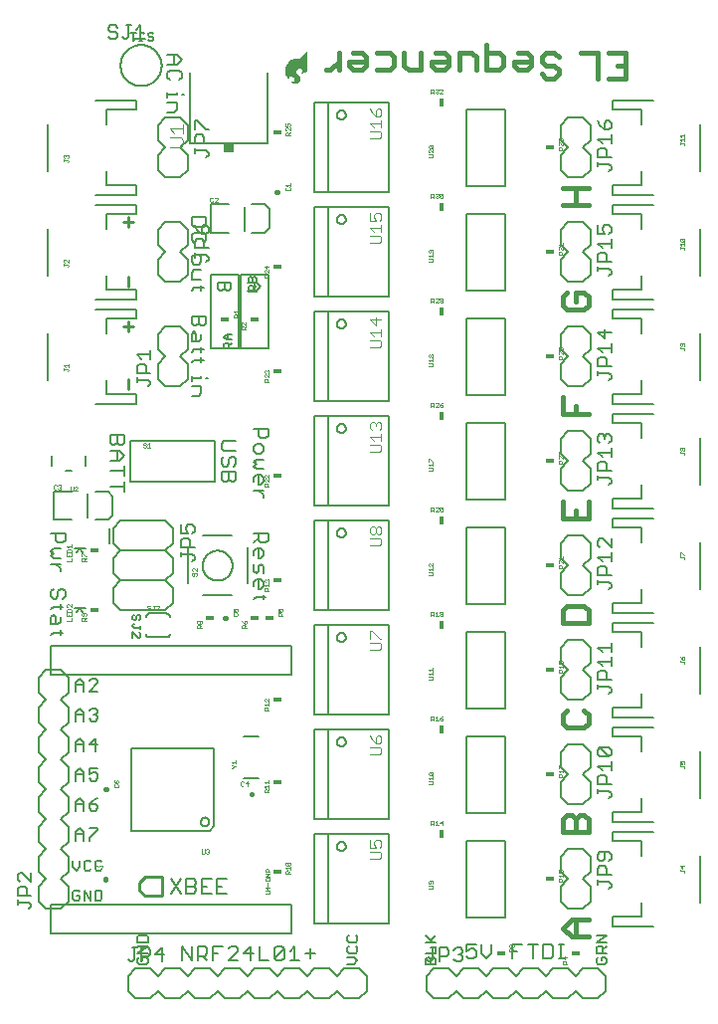
<source format=gbr>
G04 EAGLE Gerber RS-274X export*
G75*
%MOMM*%
%FSLAX34Y34*%
%LPD*%
%INSilkscreen Top*%
%IPPOS*%
%AMOC8*
5,1,8,0,0,1.08239X$1,22.5*%
G01*
%ADD10C,0.381000*%
%ADD11C,0.203200*%
%ADD12C,0.152400*%
%ADD13C,0.228600*%
%ADD14C,0.254000*%
%ADD15C,0.127000*%
%ADD16C,0.406400*%
%ADD17C,0.025400*%
%ADD18R,0.711200X0.406400*%
%ADD19R,0.457200X0.762000*%
%ADD20C,0.076200*%
%ADD21R,0.762000X0.457200*%
%ADD22R,0.863600X0.762000*%
%ADD23C,0.101600*%

G36*
X219140Y778348D02*
X219140Y778348D01*
X219151Y778354D01*
X219164Y778353D01*
X220004Y778584D01*
X220014Y778592D01*
X220027Y778593D01*
X220807Y778981D01*
X220814Y778989D01*
X220825Y778992D01*
X221602Y779552D01*
X221606Y779559D01*
X221615Y779563D01*
X222311Y780221D01*
X222316Y780232D01*
X222327Y780240D01*
X222758Y780843D01*
X222761Y780858D01*
X222773Y780871D01*
X223040Y781563D01*
X223040Y781579D01*
X223048Y781594D01*
X223135Y782331D01*
X223130Y782346D01*
X223134Y782363D01*
X223035Y783098D01*
X223027Y783111D01*
X223027Y783128D01*
X222747Y783816D01*
X222738Y783825D01*
X222735Y783839D01*
X221548Y785597D01*
X221540Y785603D01*
X221536Y785613D01*
X220083Y787154D01*
X219713Y787589D01*
X219473Y788092D01*
X219371Y788640D01*
X219414Y789196D01*
X219600Y789721D01*
X219915Y790181D01*
X220340Y790546D01*
X220883Y790839D01*
X221469Y791037D01*
X222079Y791134D01*
X222790Y791099D01*
X223468Y790892D01*
X224074Y790527D01*
X224387Y790199D01*
X224593Y789795D01*
X224686Y789379D01*
X224686Y788951D01*
X224593Y788536D01*
X224521Y788398D01*
X224403Y788284D01*
X223579Y787685D01*
X223446Y787614D01*
X223308Y787586D01*
X223150Y787602D01*
X223107Y787588D01*
X223062Y787577D01*
X223060Y787573D01*
X223056Y787572D01*
X223036Y787531D01*
X223013Y787492D01*
X223014Y787488D01*
X223012Y787484D01*
X223027Y787441D01*
X223040Y787397D01*
X223043Y787395D01*
X223045Y787391D01*
X223082Y787372D01*
X223118Y787351D01*
X223601Y787275D01*
X223606Y787277D01*
X223611Y787274D01*
X224551Y787201D01*
X224560Y787204D01*
X224571Y787201D01*
X225511Y787274D01*
X225521Y787279D01*
X225533Y787278D01*
X226232Y787462D01*
X226242Y787470D01*
X226256Y787471D01*
X226904Y787792D01*
X226912Y787801D01*
X226926Y787805D01*
X227496Y788250D01*
X227502Y788261D01*
X227514Y788267D01*
X227984Y788817D01*
X227988Y788829D01*
X227999Y788838D01*
X228400Y789570D01*
X228401Y789583D01*
X228410Y789594D01*
X228650Y790393D01*
X228649Y790406D01*
X228655Y790419D01*
X228725Y791250D01*
X228723Y791256D01*
X228725Y791261D01*
X228725Y806425D01*
X228723Y806430D01*
X228725Y806434D01*
X228704Y806474D01*
X228687Y806516D01*
X228682Y806518D01*
X228680Y806522D01*
X228637Y806535D01*
X228595Y806551D01*
X228590Y806549D01*
X228586Y806551D01*
X228516Y806515D01*
X228506Y806510D01*
X228505Y806509D01*
X223633Y801027D01*
X222779Y800245D01*
X221789Y799656D01*
X221438Y799529D01*
X221070Y799464D01*
X218795Y799464D01*
X218790Y799462D01*
X218784Y799464D01*
X217420Y799340D01*
X217410Y799334D01*
X217398Y799336D01*
X216079Y798968D01*
X216071Y798960D01*
X216058Y798959D01*
X214828Y798359D01*
X214821Y798352D01*
X214810Y798349D01*
X213653Y797532D01*
X213648Y797524D01*
X213639Y797521D01*
X212608Y796549D01*
X212604Y796541D01*
X212596Y796536D01*
X211711Y795429D01*
X211709Y795419D01*
X211700Y795412D01*
X210753Y793731D01*
X210752Y793720D01*
X210744Y793710D01*
X210116Y791886D01*
X210117Y791875D01*
X210110Y791864D01*
X209822Y789957D01*
X209825Y789946D01*
X209821Y789934D01*
X209826Y789767D01*
X209826Y789766D01*
X209834Y789514D01*
X209838Y789388D01*
X209846Y789135D01*
X209845Y789135D01*
X209846Y789135D01*
X209849Y789009D01*
X209857Y788757D01*
X209857Y788756D01*
X209865Y788504D01*
X209869Y788378D01*
X209877Y788125D01*
X209881Y788006D01*
X209883Y788001D01*
X209882Y787999D01*
X209885Y787994D01*
X209883Y787985D01*
X210090Y786946D01*
X210095Y786938D01*
X210095Y786928D01*
X210453Y785930D01*
X210459Y785923D01*
X210460Y785912D01*
X210962Y784978D01*
X210971Y784971D01*
X210974Y784959D01*
X211881Y783822D01*
X211892Y783816D01*
X211899Y783803D01*
X213025Y782882D01*
X213068Y782870D01*
X213109Y782854D01*
X213114Y782856D01*
X213120Y782855D01*
X213158Y782877D01*
X213198Y782895D01*
X213201Y782901D01*
X213205Y782903D01*
X213213Y782932D01*
X213231Y782980D01*
X213231Y783860D01*
X213247Y783981D01*
X213291Y784083D01*
X213565Y784423D01*
X213926Y784671D01*
X214100Y784736D01*
X214639Y784794D01*
X215168Y784696D01*
X215656Y784447D01*
X216558Y783796D01*
X216970Y783442D01*
X217321Y783032D01*
X217604Y782574D01*
X217810Y782080D01*
X217869Y781780D01*
X217857Y781477D01*
X217700Y780958D01*
X217414Y780498D01*
X217019Y780128D01*
X216538Y779873D01*
X216048Y779735D01*
X215537Y779677D01*
X214934Y779677D01*
X214933Y779677D01*
X214912Y779668D01*
X214843Y779639D01*
X214808Y779547D01*
X214812Y779537D01*
X214846Y779462D01*
X214848Y779459D01*
X214849Y779458D01*
X214850Y779457D01*
X214871Y779437D01*
X214878Y779434D01*
X214882Y779426D01*
X215317Y779088D01*
X215332Y779084D01*
X215344Y779072D01*
X215848Y778851D01*
X215849Y778851D01*
X216205Y778699D01*
X216433Y778598D01*
X216444Y778598D01*
X216453Y778591D01*
X217331Y778371D01*
X217340Y778373D01*
X217350Y778368D01*
X218250Y778282D01*
X218260Y778286D01*
X218272Y778282D01*
X219140Y778348D01*
G37*
D10*
X467995Y52705D02*
X453589Y52705D01*
X446387Y59908D01*
X453589Y67111D01*
X467995Y67111D01*
X457191Y67111D02*
X457191Y52705D01*
D11*
X22743Y395859D02*
X10541Y395859D01*
X22743Y395859D02*
X22743Y389758D01*
X20710Y387724D01*
X16642Y387724D01*
X14608Y389758D01*
X14608Y395859D01*
X12575Y382762D02*
X18676Y382762D01*
X12575Y382762D02*
X10541Y380728D01*
X12575Y378694D01*
X10541Y376661D01*
X12575Y374627D01*
X18676Y374627D01*
X18676Y369665D02*
X10541Y369665D01*
X14608Y369665D02*
X18676Y365597D01*
X18676Y363563D01*
D10*
X446387Y141605D02*
X467995Y141605D01*
X446387Y141605D02*
X446387Y152409D01*
X449988Y156011D01*
X453589Y156011D01*
X457191Y152409D01*
X460792Y156011D01*
X464394Y156011D01*
X467995Y152409D01*
X467995Y141605D01*
X457191Y141605D02*
X457191Y152409D01*
X446387Y241309D02*
X449988Y244911D01*
X446387Y241309D02*
X446387Y234106D01*
X449988Y230505D01*
X464394Y230505D01*
X467995Y234106D01*
X467995Y241309D01*
X464394Y244911D01*
X467995Y319405D02*
X446387Y319405D01*
X467995Y319405D02*
X467995Y330209D01*
X464394Y333811D01*
X449988Y333811D01*
X446387Y330209D01*
X446387Y319405D01*
X446387Y408305D02*
X446387Y422711D01*
X446387Y408305D02*
X467995Y408305D01*
X467995Y422711D01*
X457191Y415508D02*
X457191Y408305D01*
X467995Y497205D02*
X446387Y497205D01*
X446387Y511611D01*
X457191Y504408D02*
X457191Y497205D01*
D11*
X72908Y479044D02*
X60706Y479044D01*
X72908Y479044D02*
X72908Y472943D01*
X70875Y470909D01*
X68841Y470909D01*
X66807Y472943D01*
X64773Y470909D01*
X62740Y470909D01*
X60706Y472943D01*
X60706Y479044D01*
X66807Y479044D02*
X66807Y472943D01*
X68841Y465947D02*
X60706Y465947D01*
X68841Y465947D02*
X72908Y461879D01*
X68841Y457812D01*
X60706Y457812D01*
X66807Y457812D02*
X66807Y465947D01*
X60706Y448782D02*
X72908Y448782D01*
X72908Y444715D02*
X72908Y452850D01*
X72908Y435685D02*
X60706Y435685D01*
X72908Y439752D02*
X72908Y431617D01*
X157990Y473964D02*
X168158Y473964D01*
X157990Y473964D02*
X155956Y471930D01*
X155956Y467863D01*
X157990Y465829D01*
X168158Y465829D01*
X168158Y454766D02*
X166125Y452732D01*
X168158Y454766D02*
X168158Y458833D01*
X166125Y460867D01*
X164091Y460867D01*
X162057Y458833D01*
X162057Y454766D01*
X160023Y452732D01*
X157990Y452732D01*
X155956Y454766D01*
X155956Y458833D01*
X157990Y460867D01*
X155956Y447770D02*
X168158Y447770D01*
X168158Y441668D01*
X166125Y439635D01*
X164091Y439635D01*
X162057Y441668D01*
X160023Y439635D01*
X157990Y439635D01*
X155956Y441668D01*
X155956Y447770D01*
X162057Y447770D02*
X162057Y441668D01*
D10*
X446387Y596909D02*
X449988Y600511D01*
X446387Y596909D02*
X446387Y589706D01*
X449988Y586105D01*
X464394Y586105D01*
X467995Y589706D01*
X467995Y596909D01*
X464394Y600511D01*
X457191Y600511D01*
X457191Y593308D01*
X467995Y675005D02*
X446387Y675005D01*
X457191Y675005D02*
X457191Y689411D01*
X446387Y689411D02*
X467995Y689411D01*
D12*
X338011Y29337D02*
X329367Y29337D01*
X329367Y33659D01*
X330808Y35099D01*
X332248Y35099D01*
X333689Y33659D01*
X335129Y35099D01*
X336570Y35099D01*
X338011Y33659D01*
X338011Y29337D01*
X333689Y29337D02*
X333689Y33659D01*
X329367Y38692D02*
X338011Y38692D01*
X338011Y44454D01*
X338011Y48047D02*
X329367Y48047D01*
X335129Y48047D02*
X329367Y53810D01*
X333689Y49488D02*
X338011Y53810D01*
X474782Y33659D02*
X476223Y35099D01*
X474782Y33659D02*
X474782Y30778D01*
X476223Y29337D01*
X481985Y29337D01*
X483426Y30778D01*
X483426Y33659D01*
X481985Y35099D01*
X479104Y35099D01*
X479104Y32218D01*
X483426Y38692D02*
X474782Y38692D01*
X474782Y43014D01*
X476223Y44454D01*
X479104Y44454D01*
X480544Y43014D01*
X480544Y38692D01*
X480544Y41573D02*
X483426Y44454D01*
X483426Y48047D02*
X474782Y48047D01*
X483426Y53810D01*
X474782Y53810D01*
D11*
X195463Y395859D02*
X183261Y395859D01*
X195463Y395859D02*
X195463Y389758D01*
X193430Y387724D01*
X189362Y387724D01*
X187328Y389758D01*
X187328Y395859D01*
X187328Y391792D02*
X183261Y387724D01*
X183261Y380728D02*
X183261Y376661D01*
X183261Y380728D02*
X185295Y382762D01*
X189362Y382762D01*
X191396Y380728D01*
X191396Y376661D01*
X189362Y374627D01*
X187328Y374627D01*
X187328Y382762D01*
X183261Y369665D02*
X183261Y363563D01*
X185295Y361530D01*
X187328Y363563D01*
X187328Y367631D01*
X189362Y369665D01*
X191396Y367631D01*
X191396Y361530D01*
X183261Y354534D02*
X183261Y350466D01*
X183261Y354534D02*
X185295Y356567D01*
X189362Y356567D01*
X191396Y354534D01*
X191396Y350466D01*
X189362Y348432D01*
X187328Y348432D01*
X187328Y356567D01*
X185295Y341436D02*
X193430Y341436D01*
X185295Y341436D02*
X183261Y339403D01*
X191396Y339403D02*
X191396Y343470D01*
D13*
X80906Y660406D02*
X72263Y660406D01*
X76585Y664727D02*
X76585Y656084D01*
X76194Y614306D02*
X76194Y605663D01*
D11*
X130239Y580327D02*
X142441Y580327D01*
X142441Y574225D01*
X140407Y572192D01*
X138373Y572192D01*
X136340Y574225D01*
X134306Y572192D01*
X132272Y572192D01*
X130239Y574225D01*
X130239Y580327D01*
X136340Y580327D02*
X136340Y574225D01*
X138373Y565196D02*
X138373Y561128D01*
X136340Y559094D01*
X130239Y559094D01*
X130239Y565196D01*
X132272Y567229D01*
X134306Y565196D01*
X134306Y559094D01*
X132272Y552098D02*
X140407Y552098D01*
X132272Y552098D02*
X130239Y550065D01*
X138373Y550065D02*
X138373Y554132D01*
X140407Y543367D02*
X132272Y543367D01*
X130239Y541333D01*
X138373Y541333D02*
X138373Y545401D01*
D13*
X80906Y571506D02*
X72263Y571506D01*
X76585Y575827D02*
X76585Y567184D01*
X76194Y526676D02*
X76194Y518033D01*
D11*
X364236Y46238D02*
X372371Y46238D01*
X364236Y46238D02*
X364236Y40137D01*
X368303Y42171D01*
X370337Y42171D01*
X372371Y40137D01*
X372371Y36070D01*
X370337Y34036D01*
X366270Y34036D01*
X364236Y36070D01*
X377333Y38103D02*
X377333Y46238D01*
X377333Y38103D02*
X381401Y34036D01*
X385468Y38103D01*
X385468Y46238D01*
X403528Y46238D02*
X403528Y34036D01*
X403528Y46238D02*
X411663Y46238D01*
X407595Y40137D02*
X403528Y40137D01*
X420692Y34036D02*
X420692Y46238D01*
X416625Y46238D02*
X424760Y46238D01*
X429722Y46238D02*
X429722Y34036D01*
X435823Y34036D01*
X437857Y36070D01*
X437857Y44205D01*
X435823Y46238D01*
X429722Y46238D01*
X442820Y34036D02*
X446887Y34036D01*
X444853Y34036D02*
X444853Y46238D01*
X442820Y46238D02*
X446887Y46238D01*
X122301Y44333D02*
X122301Y32131D01*
X130436Y32131D02*
X122301Y44333D01*
X130436Y44333D02*
X130436Y32131D01*
X135398Y32131D02*
X135398Y44333D01*
X141499Y44333D01*
X143533Y42300D01*
X143533Y38232D01*
X141499Y36198D01*
X135398Y36198D01*
X139466Y36198D02*
X143533Y32131D01*
X148496Y32131D02*
X148496Y44333D01*
X156630Y44333D01*
X152563Y38232D02*
X148496Y38232D01*
X161593Y32131D02*
X169728Y32131D01*
X161593Y32131D02*
X169728Y40266D01*
X169728Y42300D01*
X167694Y44333D01*
X163626Y44333D01*
X161593Y42300D01*
X180791Y44333D02*
X180791Y32131D01*
X174690Y38232D02*
X180791Y44333D01*
X182825Y38232D02*
X174690Y38232D01*
X187787Y44333D02*
X187787Y32131D01*
X195922Y32131D01*
X200885Y34165D02*
X200885Y42300D01*
X202918Y44333D01*
X206986Y44333D01*
X209019Y42300D01*
X209019Y34165D01*
X206986Y32131D01*
X202918Y32131D01*
X200885Y34165D01*
X209019Y42300D01*
X213982Y40266D02*
X218049Y44333D01*
X218049Y32131D01*
X213982Y32131D02*
X222117Y32131D01*
X227079Y38232D02*
X235214Y38232D01*
X231146Y34165D02*
X231146Y42300D01*
X20710Y340099D02*
X22743Y342133D01*
X22743Y346200D01*
X20710Y348234D01*
X18676Y348234D01*
X16642Y346200D01*
X16642Y342133D01*
X14608Y340099D01*
X12575Y340099D01*
X10541Y342133D01*
X10541Y346200D01*
X12575Y348234D01*
X12575Y333103D02*
X20710Y333103D01*
X12575Y333103D02*
X10541Y331069D01*
X18676Y331069D02*
X18676Y335137D01*
X18676Y324372D02*
X18676Y320304D01*
X16642Y318270D01*
X10541Y318270D01*
X10541Y324372D01*
X12575Y326405D01*
X14608Y324372D01*
X14608Y318270D01*
X12575Y311274D02*
X20710Y311274D01*
X12575Y311274D02*
X10541Y309241D01*
X18676Y309241D02*
X18676Y313308D01*
X31496Y268484D02*
X31496Y261366D01*
X31496Y268484D02*
X35055Y272043D01*
X38614Y268484D01*
X38614Y261366D01*
X38614Y266705D02*
X31496Y266705D01*
X43190Y261366D02*
X50308Y261366D01*
X43190Y261366D02*
X50308Y268484D01*
X50308Y270264D01*
X48529Y272043D01*
X44969Y272043D01*
X43190Y270264D01*
X31496Y243084D02*
X31496Y235966D01*
X31496Y243084D02*
X35055Y246643D01*
X38614Y243084D01*
X38614Y235966D01*
X38614Y241305D02*
X31496Y241305D01*
X43190Y244864D02*
X44969Y246643D01*
X48529Y246643D01*
X50308Y244864D01*
X50308Y243084D01*
X48529Y241305D01*
X46749Y241305D01*
X48529Y241305D02*
X50308Y239525D01*
X50308Y237746D01*
X48529Y235966D01*
X44969Y235966D01*
X43190Y237746D01*
X31496Y217684D02*
X31496Y210566D01*
X31496Y217684D02*
X35055Y221243D01*
X38614Y217684D01*
X38614Y210566D01*
X38614Y215905D02*
X31496Y215905D01*
X48529Y221243D02*
X48529Y210566D01*
X43190Y215905D02*
X48529Y221243D01*
X50308Y215905D02*
X43190Y215905D01*
X31496Y192284D02*
X31496Y185166D01*
X31496Y192284D02*
X35055Y195843D01*
X38614Y192284D01*
X38614Y185166D01*
X38614Y190505D02*
X31496Y190505D01*
X43190Y195843D02*
X50308Y195843D01*
X43190Y195843D02*
X43190Y190505D01*
X46749Y192284D01*
X48529Y192284D01*
X50308Y190505D01*
X50308Y186946D01*
X48529Y185166D01*
X44969Y185166D01*
X43190Y186946D01*
X31496Y166884D02*
X31496Y159766D01*
X31496Y166884D02*
X35055Y170443D01*
X38614Y166884D01*
X38614Y159766D01*
X38614Y165105D02*
X31496Y165105D01*
X46749Y168664D02*
X50308Y170443D01*
X46749Y168664D02*
X43190Y165105D01*
X43190Y161546D01*
X44969Y159766D01*
X48529Y159766D01*
X50308Y161546D01*
X50308Y163325D01*
X48529Y165105D01*
X43190Y165105D01*
X31496Y141484D02*
X31496Y134366D01*
X31496Y141484D02*
X35055Y145043D01*
X38614Y141484D01*
X38614Y134366D01*
X38614Y139705D02*
X31496Y139705D01*
X43190Y145043D02*
X50308Y145043D01*
X50308Y143264D01*
X43190Y136146D01*
X43190Y134366D01*
D12*
X33659Y91955D02*
X35099Y90515D01*
X33659Y91955D02*
X30778Y91955D01*
X29337Y90515D01*
X29337Y84753D01*
X30778Y83312D01*
X33659Y83312D01*
X35099Y84753D01*
X35099Y87634D01*
X32218Y87634D01*
X38692Y91955D02*
X38692Y83312D01*
X44454Y83312D02*
X38692Y91955D01*
X44454Y91955D02*
X44454Y83312D01*
X48047Y83312D02*
X48047Y91955D01*
X48047Y83312D02*
X52369Y83312D01*
X53810Y84753D01*
X53810Y90515D01*
X52369Y91955D01*
X48047Y91955D01*
X29337Y111593D02*
X29337Y117355D01*
X29337Y111593D02*
X32218Y108712D01*
X35099Y111593D01*
X35099Y117355D01*
X43014Y117355D02*
X44454Y115915D01*
X43014Y117355D02*
X40133Y117355D01*
X38692Y115915D01*
X38692Y110153D01*
X40133Y108712D01*
X43014Y108712D01*
X44454Y110153D01*
X52369Y117355D02*
X53810Y115915D01*
X52369Y117355D02*
X49488Y117355D01*
X48047Y115915D01*
X48047Y110153D01*
X49488Y108712D01*
X52369Y108712D01*
X53810Y110153D01*
D11*
X112776Y101483D02*
X120911Y89281D01*
X112776Y89281D02*
X120911Y101483D01*
X125873Y101483D02*
X125873Y89281D01*
X125873Y101483D02*
X131974Y101483D01*
X134008Y99450D01*
X134008Y97416D01*
X131974Y95382D01*
X134008Y93348D01*
X134008Y91315D01*
X131974Y89281D01*
X125873Y89281D01*
X125873Y95382D02*
X131974Y95382D01*
X138971Y101483D02*
X147105Y101483D01*
X138971Y101483D02*
X138971Y89281D01*
X147105Y89281D01*
X143038Y95382D02*
X138971Y95382D01*
X152068Y101483D02*
X160203Y101483D01*
X152068Y101483D02*
X152068Y89281D01*
X160203Y89281D01*
X156135Y95382D02*
X152068Y95382D01*
D14*
X104775Y87313D02*
X90488Y87313D01*
X85725Y92075D01*
X85725Y98425D01*
X90488Y103188D01*
X104775Y103188D01*
X104775Y87313D01*
D11*
X183261Y484759D02*
X195463Y484759D01*
X195463Y478658D01*
X193430Y476624D01*
X189362Y476624D01*
X187328Y478658D01*
X187328Y484759D01*
X183261Y469628D02*
X183261Y465561D01*
X185295Y463527D01*
X189362Y463527D01*
X191396Y465561D01*
X191396Y469628D01*
X189362Y471662D01*
X185295Y471662D01*
X183261Y469628D01*
X185295Y458565D02*
X191396Y458565D01*
X185295Y458565D02*
X183261Y456531D01*
X185295Y454497D01*
X183261Y452463D01*
X185295Y450430D01*
X191396Y450430D01*
X183261Y443434D02*
X183261Y439366D01*
X183261Y443434D02*
X185295Y445467D01*
X189362Y445467D01*
X191396Y443434D01*
X191396Y439366D01*
X189362Y437332D01*
X187328Y437332D01*
X187328Y445467D01*
X183261Y432370D02*
X191396Y432370D01*
X191396Y428303D02*
X187328Y432370D01*
X191396Y428303D02*
X191396Y426269D01*
X142441Y664464D02*
X130239Y664464D01*
X130239Y658363D01*
X132272Y656329D01*
X140407Y656329D01*
X142441Y658363D01*
X142441Y664464D01*
X142441Y645266D02*
X140407Y643232D01*
X142441Y645266D02*
X142441Y649333D01*
X140407Y651367D01*
X132272Y651367D01*
X130239Y649333D01*
X130239Y645266D01*
X132272Y643232D01*
X117736Y768793D02*
X117736Y770827D01*
X117736Y768793D02*
X109601Y768793D01*
X109601Y770827D02*
X109601Y766759D01*
X121803Y768793D02*
X123837Y768793D01*
X117736Y762095D02*
X109601Y762095D01*
X117736Y762095D02*
X117736Y755994D01*
X115702Y753960D01*
X109601Y753960D01*
D10*
X428189Y786538D02*
X431791Y782937D01*
X438994Y782937D01*
X442595Y786538D01*
X442595Y790139D01*
X438994Y793741D01*
X431791Y793741D01*
X428189Y797342D01*
X428189Y800944D01*
X431791Y804545D01*
X438994Y804545D01*
X442595Y800944D01*
X415606Y804545D02*
X408403Y804545D01*
X415606Y804545D02*
X419207Y800944D01*
X419207Y793741D01*
X415606Y790139D01*
X408403Y790139D01*
X404801Y793741D01*
X404801Y797342D01*
X419207Y797342D01*
X381413Y790139D02*
X381413Y811748D01*
X381413Y790139D02*
X392218Y790139D01*
X395819Y793741D01*
X395819Y800944D01*
X392218Y804545D01*
X381413Y804545D01*
X372431Y800944D02*
X372431Y790139D01*
X372431Y800944D02*
X368830Y804545D01*
X358025Y804545D01*
X358025Y790139D01*
X345442Y804545D02*
X338239Y804545D01*
X345442Y804545D02*
X349043Y800944D01*
X349043Y793741D01*
X345442Y790139D01*
X338239Y790139D01*
X334638Y793741D01*
X334638Y797342D01*
X349043Y797342D01*
X325655Y804545D02*
X325655Y790139D01*
X314851Y790139D01*
X311250Y793741D01*
X311250Y804545D01*
X298666Y790139D02*
X287862Y790139D01*
X298666Y790139D02*
X302267Y793741D01*
X302267Y800944D01*
X298666Y804545D01*
X287862Y804545D01*
X275278Y804545D02*
X268075Y804545D01*
X275278Y804545D02*
X278879Y800944D01*
X278879Y793741D01*
X275278Y790139D01*
X268075Y790139D01*
X264474Y793741D01*
X264474Y797342D01*
X278879Y797342D01*
X255491Y804545D02*
X255491Y790139D01*
X255491Y797342D02*
X248288Y790139D01*
X244687Y790139D01*
D12*
X85698Y35099D02*
X84257Y33659D01*
X84257Y30778D01*
X85698Y29337D01*
X91460Y29337D01*
X92901Y30778D01*
X92901Y33659D01*
X91460Y35099D01*
X88579Y35099D01*
X88579Y32218D01*
X92901Y38692D02*
X84257Y38692D01*
X92901Y44454D01*
X84257Y44454D01*
X84257Y48047D02*
X92901Y48047D01*
X92901Y52369D01*
X91460Y53810D01*
X85698Y53810D01*
X84257Y52369D01*
X84257Y48047D01*
X262692Y29337D02*
X268454Y29337D01*
X271336Y32218D01*
X268454Y35099D01*
X262692Y35099D01*
X262692Y43014D02*
X264133Y44454D01*
X262692Y43014D02*
X262692Y40133D01*
X264133Y38692D01*
X269895Y38692D01*
X271336Y40133D01*
X271336Y43014D01*
X269895Y44454D01*
X262692Y52369D02*
X264133Y53810D01*
X262692Y52369D02*
X262692Y49488D01*
X264133Y48047D01*
X269895Y48047D01*
X271336Y49488D01*
X271336Y52369D01*
X269895Y53810D01*
D11*
X117736Y802577D02*
X109601Y802577D01*
X117736Y802577D02*
X121803Y798509D01*
X117736Y794442D01*
X109601Y794442D01*
X115702Y794442D02*
X115702Y802577D01*
X121803Y783378D02*
X119770Y781344D01*
X121803Y783378D02*
X121803Y787446D01*
X119770Y789479D01*
X111635Y789479D01*
X109601Y787446D01*
X109601Y783378D01*
X111635Y781344D01*
X130239Y630680D02*
X130239Y626613D01*
X132272Y624579D01*
X136340Y624579D01*
X138373Y626613D01*
X138373Y630680D01*
X136340Y632714D01*
X132272Y632714D01*
X130239Y630680D01*
X132272Y619617D02*
X138373Y619617D01*
X132272Y619617D02*
X130239Y617583D01*
X130239Y611482D01*
X138373Y611482D01*
X140407Y604486D02*
X132272Y604486D01*
X130239Y602452D01*
X138373Y602452D02*
X138373Y606520D01*
X138373Y529527D02*
X138373Y527493D01*
X130239Y527493D01*
X130239Y529527D02*
X130239Y525459D01*
X142441Y527493D02*
X144475Y527493D01*
X138373Y520795D02*
X130239Y520795D01*
X138373Y520795D02*
X138373Y514694D01*
X136340Y512660D01*
X130239Y512660D01*
D10*
X485339Y782937D02*
X499745Y782937D01*
X499745Y804545D01*
X485339Y804545D01*
X492542Y793741D02*
X499745Y793741D01*
X476357Y782937D02*
X476357Y804545D01*
X461951Y804545D01*
D15*
X94358Y814826D02*
X93214Y815970D01*
X94358Y814826D02*
X96646Y814826D01*
X97790Y815970D01*
X97790Y817114D01*
X96646Y818258D01*
X94358Y818258D01*
X93214Y819402D01*
X93214Y820546D01*
X94358Y821690D01*
X96646Y821690D01*
X97790Y820546D01*
X90306Y820546D02*
X89162Y821690D01*
X88018Y821690D01*
X86874Y820546D01*
X86874Y814826D01*
X88018Y814826D02*
X85730Y814826D01*
X82822Y817114D02*
X80534Y814826D01*
X80534Y821690D01*
X82822Y821690D02*
X78246Y821690D01*
X86874Y322958D02*
X85730Y321814D01*
X86874Y322958D02*
X86874Y325246D01*
X85730Y326390D01*
X84586Y326390D01*
X83442Y325246D01*
X83442Y322958D01*
X82298Y321814D01*
X81154Y321814D01*
X80010Y322958D01*
X80010Y325246D01*
X81154Y326390D01*
X81154Y318906D02*
X80010Y317762D01*
X80010Y316618D01*
X81154Y315474D01*
X86874Y315474D01*
X86874Y316618D02*
X86874Y314330D01*
X80010Y311422D02*
X80010Y306846D01*
X80010Y311422D02*
X84586Y306846D01*
X85730Y306846D01*
X86874Y307990D01*
X86874Y310278D01*
X85730Y311422D01*
D16*
X57455Y177800D02*
X56845Y177800D01*
D17*
X64259Y181239D02*
X64894Y181875D01*
X64259Y181239D02*
X64259Y179968D01*
X64894Y179333D01*
X67436Y179333D01*
X68072Y179968D01*
X68072Y181239D01*
X67436Y181875D01*
X64894Y184346D02*
X64259Y185617D01*
X64894Y184346D02*
X66165Y183075D01*
X67436Y183075D01*
X68072Y183710D01*
X68072Y184982D01*
X67436Y185617D01*
X66801Y185617D01*
X66165Y184982D01*
X66165Y183075D01*
D18*
X47625Y381000D03*
D17*
X40513Y372237D02*
X36700Y372237D01*
X36700Y374144D01*
X37335Y374779D01*
X38606Y374779D01*
X39242Y374144D01*
X39242Y372237D01*
X39242Y373508D02*
X40513Y374779D01*
X36700Y375979D02*
X36700Y378521D01*
X37335Y378521D01*
X39877Y375979D01*
X40513Y375979D01*
D11*
X39525Y382700D02*
X34925Y382700D01*
X30325Y382700D01*
X34925Y382700D02*
X37263Y379600D01*
X34671Y382546D02*
X32741Y379600D01*
D17*
X27813Y372237D02*
X24000Y372237D01*
X27813Y372237D02*
X27813Y374779D01*
X24000Y375979D02*
X24000Y378521D01*
X24000Y375979D02*
X27813Y375979D01*
X27813Y378521D01*
X25906Y377250D02*
X25906Y375979D01*
X24000Y379721D02*
X27813Y379721D01*
X27813Y381628D01*
X27177Y382263D01*
X24635Y382263D01*
X24000Y381628D01*
X24000Y379721D01*
X25271Y383463D02*
X24000Y384734D01*
X27813Y384734D01*
X27813Y383463D02*
X27813Y386005D01*
D11*
X28100Y407100D02*
X13100Y407100D01*
X13100Y431100D01*
X28100Y431100D01*
X48100Y407100D02*
X59100Y407100D01*
X63100Y411100D01*
X63100Y427100D01*
X59100Y431100D01*
X48100Y431100D01*
D15*
X41910Y429260D02*
X41910Y408940D01*
D17*
X15369Y436215D02*
X14734Y436850D01*
X13463Y436850D01*
X12827Y436215D01*
X12827Y433673D01*
X13463Y433037D01*
X14734Y433037D01*
X15369Y433673D01*
X16569Y436215D02*
X17205Y436850D01*
X18476Y436850D01*
X19111Y436215D01*
X19111Y435579D01*
X18476Y434944D01*
X17840Y434944D01*
X18476Y434944D02*
X19111Y434308D01*
X19111Y433673D01*
X18476Y433037D01*
X17205Y433037D01*
X16569Y433673D01*
D16*
X158445Y323850D02*
X159055Y323850D01*
D17*
X165859Y327289D02*
X166494Y327925D01*
X165859Y327289D02*
X165859Y326018D01*
X166494Y325383D01*
X169036Y325383D01*
X169672Y326018D01*
X169672Y327289D01*
X169036Y327925D01*
X165859Y329125D02*
X165859Y331667D01*
X165859Y329125D02*
X167765Y329125D01*
X167130Y330396D01*
X167130Y331032D01*
X167765Y331667D01*
X169036Y331667D01*
X169672Y331032D01*
X169672Y329760D01*
X169036Y329125D01*
D16*
X180975Y174105D02*
X180975Y173495D01*
D17*
X174754Y184090D02*
X174119Y184725D01*
X172848Y184725D01*
X172212Y184090D01*
X172212Y181548D01*
X172848Y180912D01*
X174119Y180912D01*
X174754Y181548D01*
X177861Y180912D02*
X177861Y184725D01*
X175954Y182819D01*
X178496Y182819D01*
D12*
X79250Y212850D02*
X79250Y142750D01*
X79250Y212850D02*
X149350Y212850D01*
X149350Y146300D01*
X145800Y142750D02*
X79250Y142750D01*
X145800Y142750D02*
X149350Y146300D01*
X138140Y150368D02*
X138142Y150487D01*
X138148Y150607D01*
X138158Y150726D01*
X138172Y150844D01*
X138190Y150962D01*
X138211Y151080D01*
X138237Y151196D01*
X138266Y151312D01*
X138300Y151427D01*
X138337Y151540D01*
X138378Y151652D01*
X138422Y151763D01*
X138470Y151873D01*
X138522Y151980D01*
X138577Y152086D01*
X138636Y152190D01*
X138699Y152292D01*
X138764Y152391D01*
X138833Y152489D01*
X138905Y152584D01*
X138980Y152677D01*
X139059Y152767D01*
X139140Y152855D01*
X139224Y152939D01*
X139311Y153021D01*
X139400Y153100D01*
X139492Y153176D01*
X139587Y153249D01*
X139684Y153319D01*
X139783Y153385D01*
X139885Y153448D01*
X139988Y153508D01*
X140093Y153564D01*
X140200Y153617D01*
X140309Y153666D01*
X140420Y153712D01*
X140532Y153753D01*
X140645Y153791D01*
X140759Y153826D01*
X140875Y153856D01*
X140991Y153883D01*
X141108Y153905D01*
X141226Y153924D01*
X141345Y153939D01*
X141464Y153950D01*
X141583Y153957D01*
X141702Y153960D01*
X141822Y153959D01*
X141941Y153954D01*
X142060Y153945D01*
X142179Y153932D01*
X142297Y153915D01*
X142414Y153895D01*
X142531Y153870D01*
X142647Y153841D01*
X142762Y153809D01*
X142876Y153773D01*
X142989Y153733D01*
X143100Y153689D01*
X143209Y153642D01*
X143317Y153591D01*
X143424Y153537D01*
X143528Y153479D01*
X143630Y153417D01*
X143731Y153353D01*
X143829Y153284D01*
X143925Y153213D01*
X144018Y153139D01*
X144109Y153061D01*
X144197Y152981D01*
X144282Y152897D01*
X144365Y152811D01*
X144445Y152722D01*
X144522Y152631D01*
X144595Y152537D01*
X144666Y152440D01*
X144733Y152342D01*
X144797Y152241D01*
X144858Y152138D01*
X144915Y152033D01*
X144968Y151927D01*
X145018Y151818D01*
X145065Y151708D01*
X145107Y151597D01*
X145146Y151484D01*
X145182Y151370D01*
X145213Y151254D01*
X145240Y151138D01*
X145264Y151021D01*
X145284Y150903D01*
X145300Y150785D01*
X145312Y150666D01*
X145320Y150547D01*
X145324Y150428D01*
X145324Y150308D01*
X145320Y150189D01*
X145312Y150070D01*
X145300Y149951D01*
X145284Y149833D01*
X145264Y149715D01*
X145240Y149598D01*
X145213Y149482D01*
X145182Y149366D01*
X145146Y149252D01*
X145107Y149139D01*
X145065Y149028D01*
X145018Y148918D01*
X144968Y148809D01*
X144915Y148703D01*
X144858Y148598D01*
X144797Y148495D01*
X144733Y148394D01*
X144666Y148296D01*
X144595Y148199D01*
X144522Y148105D01*
X144445Y148014D01*
X144365Y147925D01*
X144282Y147839D01*
X144197Y147755D01*
X144109Y147675D01*
X144018Y147597D01*
X143925Y147523D01*
X143829Y147452D01*
X143731Y147383D01*
X143630Y147319D01*
X143528Y147257D01*
X143424Y147199D01*
X143317Y147145D01*
X143209Y147094D01*
X143100Y147047D01*
X142989Y147003D01*
X142876Y146963D01*
X142762Y146927D01*
X142647Y146895D01*
X142531Y146866D01*
X142414Y146841D01*
X142297Y146821D01*
X142179Y146804D01*
X142060Y146791D01*
X141941Y146782D01*
X141822Y146777D01*
X141702Y146776D01*
X141583Y146779D01*
X141464Y146786D01*
X141345Y146797D01*
X141226Y146812D01*
X141108Y146831D01*
X140991Y146853D01*
X140875Y146880D01*
X140759Y146910D01*
X140645Y146945D01*
X140532Y146983D01*
X140420Y147024D01*
X140309Y147070D01*
X140200Y147119D01*
X140093Y147172D01*
X139988Y147228D01*
X139885Y147288D01*
X139783Y147351D01*
X139684Y147417D01*
X139587Y147487D01*
X139492Y147560D01*
X139400Y147636D01*
X139311Y147715D01*
X139224Y147797D01*
X139140Y147881D01*
X139059Y147969D01*
X138980Y148059D01*
X138905Y148152D01*
X138833Y148247D01*
X138764Y148345D01*
X138699Y148444D01*
X138636Y148546D01*
X138577Y148650D01*
X138522Y148756D01*
X138470Y148863D01*
X138422Y148973D01*
X138378Y149084D01*
X138337Y149196D01*
X138300Y149309D01*
X138266Y149424D01*
X138237Y149540D01*
X138211Y149656D01*
X138190Y149774D01*
X138172Y149892D01*
X138158Y150010D01*
X138148Y150129D01*
X138142Y150249D01*
X138140Y150368D01*
D17*
X138693Y126876D02*
X138693Y123699D01*
X139328Y123063D01*
X140599Y123063D01*
X141235Y123699D01*
X141235Y126876D01*
X142435Y126241D02*
X143070Y126876D01*
X144342Y126876D01*
X144977Y126241D01*
X144977Y125605D01*
X144342Y124970D01*
X143706Y124970D01*
X144342Y124970D02*
X144977Y124334D01*
X144977Y123699D01*
X144342Y123063D01*
X143070Y123063D01*
X142435Y123699D01*
D11*
X39525Y331900D02*
X34925Y331900D01*
X30325Y331900D01*
X34925Y331900D02*
X37263Y328800D01*
X34671Y331746D02*
X32741Y328800D01*
D17*
X27813Y321437D02*
X24000Y321437D01*
X27813Y321437D02*
X27813Y323979D01*
X24000Y325179D02*
X24000Y327721D01*
X24000Y325179D02*
X27813Y325179D01*
X27813Y327721D01*
X25906Y326450D02*
X25906Y325179D01*
X24000Y328921D02*
X27813Y328921D01*
X27813Y330828D01*
X27177Y331463D01*
X24635Y331463D01*
X24000Y330828D01*
X24000Y328921D01*
X27813Y332663D02*
X27813Y335205D01*
X27813Y332663D02*
X25271Y335205D01*
X24635Y335205D01*
X24000Y334570D01*
X24000Y333299D01*
X24635Y332663D01*
D18*
X47625Y330200D03*
D17*
X40513Y321437D02*
X36700Y321437D01*
X36700Y323344D01*
X37335Y323979D01*
X38606Y323979D01*
X39242Y323344D01*
X39242Y321437D01*
X39242Y322708D02*
X40513Y323979D01*
X39877Y325179D02*
X40513Y325815D01*
X40513Y327086D01*
X39877Y327721D01*
X37335Y327721D01*
X36700Y327086D01*
X36700Y325815D01*
X37335Y325179D01*
X37971Y325179D01*
X38606Y325815D01*
X38606Y327721D01*
D18*
X146050Y323850D03*
D17*
X138938Y315087D02*
X135125Y315087D01*
X135125Y316994D01*
X135760Y317629D01*
X137031Y317629D01*
X137667Y316994D01*
X137667Y315087D01*
X137667Y316358D02*
X138938Y317629D01*
X135760Y318829D02*
X135125Y319465D01*
X135125Y320736D01*
X135760Y321371D01*
X136396Y321371D01*
X137031Y320736D01*
X137667Y321371D01*
X138302Y321371D01*
X138938Y320736D01*
X138938Y319465D01*
X138302Y318829D01*
X137667Y318829D01*
X137031Y319465D01*
X136396Y318829D01*
X135760Y318829D01*
X137031Y319465D02*
X137031Y320736D01*
D11*
X63500Y400050D02*
X69850Y406400D01*
X63500Y387350D02*
X69850Y381000D01*
X63500Y374650D01*
X63500Y361950D02*
X69850Y355600D01*
X63500Y349250D01*
X63500Y336550D02*
X69850Y330200D01*
X69850Y406400D02*
X107950Y406400D01*
X114300Y400050D01*
X114300Y387350D01*
X107950Y381000D01*
X114300Y374650D01*
X114300Y361950D01*
X107950Y355600D01*
X114300Y349250D01*
X114300Y336550D01*
X107950Y330200D01*
X107950Y381000D02*
X69850Y381000D01*
X69850Y355600D02*
X107950Y355600D01*
X107950Y330200D02*
X69850Y330200D01*
X63500Y336550D02*
X63500Y349250D01*
X63500Y361950D02*
X63500Y374650D01*
X63500Y387350D02*
X63500Y400050D01*
X60150Y400050D02*
X60150Y387350D01*
D15*
X130808Y371953D02*
X132715Y373860D01*
X132715Y375766D01*
X130808Y377673D01*
X121275Y377673D01*
X121275Y375766D02*
X121275Y379580D01*
X121275Y383647D02*
X132715Y383647D01*
X121275Y383647D02*
X121275Y389367D01*
X123182Y391274D01*
X126995Y391274D01*
X128902Y389367D01*
X128902Y383647D01*
X121275Y395341D02*
X121275Y402967D01*
X121275Y395341D02*
X126995Y395341D01*
X125089Y399154D01*
X125089Y401061D01*
X126995Y402967D01*
X130808Y402967D01*
X132715Y401061D01*
X132715Y397248D01*
X130808Y395341D01*
D11*
X83100Y595000D02*
X48100Y595000D01*
X83100Y595000D02*
X83100Y603000D01*
X58100Y603000D01*
X58100Y615000D01*
X58100Y655000D02*
X58100Y667000D01*
X83100Y667000D01*
X83100Y675000D01*
X48100Y675000D01*
X8100Y655000D02*
X8100Y615000D01*
D17*
X24637Y622427D02*
X25273Y623063D01*
X25273Y623698D01*
X24637Y624334D01*
X21460Y624334D01*
X21460Y624969D02*
X21460Y623698D01*
X25273Y626169D02*
X25273Y628711D01*
X25273Y626169D02*
X22731Y628711D01*
X22095Y628711D01*
X21460Y628076D01*
X21460Y626805D01*
X22095Y626169D01*
D11*
X48100Y683900D02*
X83100Y683900D01*
X83100Y691900D01*
X58100Y691900D01*
X58100Y703900D01*
X58100Y743900D02*
X58100Y755900D01*
X83100Y755900D01*
X83100Y763900D01*
X48100Y763900D01*
X8100Y743900D02*
X8100Y703900D01*
D17*
X24637Y711327D02*
X25273Y711963D01*
X25273Y712598D01*
X24637Y713234D01*
X21460Y713234D01*
X21460Y713869D02*
X21460Y712598D01*
X22095Y715069D02*
X21460Y715705D01*
X21460Y716976D01*
X22095Y717611D01*
X22731Y717611D01*
X23366Y716976D01*
X23366Y716340D01*
X23366Y716976D02*
X24002Y717611D01*
X24637Y717611D01*
X25273Y716976D01*
X25273Y715705D01*
X24637Y715069D01*
D11*
X463550Y25400D02*
X457200Y19050D01*
X463550Y25400D02*
X476250Y25400D01*
X482600Y19050D01*
X482600Y6350D02*
X476250Y0D01*
X463550Y0D01*
X457200Y6350D01*
X425450Y25400D02*
X412750Y25400D01*
X425450Y25400D02*
X431800Y19050D01*
X431800Y6350D02*
X425450Y0D01*
X431800Y19050D02*
X438150Y25400D01*
X450850Y25400D01*
X457200Y19050D01*
X457200Y6350D02*
X450850Y0D01*
X438150Y0D01*
X431800Y6350D01*
X387350Y25400D02*
X381000Y19050D01*
X387350Y25400D02*
X400050Y25400D01*
X406400Y19050D01*
X406400Y6350D02*
X400050Y0D01*
X387350Y0D01*
X381000Y6350D01*
X406400Y19050D02*
X412750Y25400D01*
X406400Y6350D02*
X412750Y0D01*
X425450Y0D01*
X349250Y25400D02*
X336550Y25400D01*
X349250Y25400D02*
X355600Y19050D01*
X355600Y6350D02*
X349250Y0D01*
X355600Y19050D02*
X361950Y25400D01*
X374650Y25400D01*
X381000Y19050D01*
X381000Y6350D02*
X374650Y0D01*
X361950Y0D01*
X355600Y6350D01*
X330200Y6350D02*
X330200Y19050D01*
X336550Y25400D01*
X330200Y6350D02*
X336550Y0D01*
X349250Y0D01*
X482600Y6350D02*
X482600Y19050D01*
D15*
X331980Y31623D02*
X330073Y33530D01*
X331980Y31623D02*
X333886Y31623D01*
X335793Y33530D01*
X335793Y43063D01*
X333886Y43063D02*
X337700Y43063D01*
X341767Y43063D02*
X341767Y31623D01*
X341767Y43063D02*
X347487Y43063D01*
X349393Y41156D01*
X349393Y37343D01*
X347487Y35436D01*
X341767Y35436D01*
X353461Y41156D02*
X355368Y43063D01*
X359181Y43063D01*
X361087Y41156D01*
X361087Y39250D01*
X359181Y37343D01*
X357274Y37343D01*
X359181Y37343D02*
X361087Y35436D01*
X361087Y33530D01*
X359181Y31623D01*
X355368Y31623D01*
X353461Y33530D01*
D11*
X164800Y342900D02*
X139700Y342900D01*
X127000Y352900D02*
X127000Y383700D01*
X140000Y393700D02*
X164800Y393700D01*
X177800Y383700D02*
X177800Y352900D01*
X139700Y368300D02*
X139704Y368612D01*
X139715Y368923D01*
X139734Y369234D01*
X139761Y369545D01*
X139796Y369855D01*
X139837Y370163D01*
X139887Y370471D01*
X139944Y370778D01*
X140009Y371083D01*
X140081Y371386D01*
X140160Y371687D01*
X140247Y371987D01*
X140341Y372284D01*
X140442Y372579D01*
X140551Y372871D01*
X140667Y373160D01*
X140790Y373447D01*
X140919Y373730D01*
X141056Y374010D01*
X141200Y374287D01*
X141350Y374560D01*
X141507Y374829D01*
X141670Y375094D01*
X141840Y375356D01*
X142017Y375613D01*
X142199Y375865D01*
X142388Y376113D01*
X142583Y376357D01*
X142783Y376595D01*
X142990Y376829D01*
X143202Y377057D01*
X143420Y377280D01*
X143643Y377498D01*
X143871Y377710D01*
X144105Y377917D01*
X144343Y378117D01*
X144587Y378312D01*
X144835Y378501D01*
X145087Y378683D01*
X145344Y378860D01*
X145606Y379030D01*
X145871Y379193D01*
X146140Y379350D01*
X146413Y379500D01*
X146690Y379644D01*
X146970Y379781D01*
X147253Y379910D01*
X147540Y380033D01*
X147829Y380149D01*
X148121Y380258D01*
X148416Y380359D01*
X148713Y380453D01*
X149013Y380540D01*
X149314Y380619D01*
X149617Y380691D01*
X149922Y380756D01*
X150229Y380813D01*
X150537Y380863D01*
X150845Y380904D01*
X151155Y380939D01*
X151466Y380966D01*
X151777Y380985D01*
X152088Y380996D01*
X152400Y381000D01*
X152712Y380996D01*
X153023Y380985D01*
X153334Y380966D01*
X153645Y380939D01*
X153955Y380904D01*
X154263Y380863D01*
X154571Y380813D01*
X154878Y380756D01*
X155183Y380691D01*
X155486Y380619D01*
X155787Y380540D01*
X156087Y380453D01*
X156384Y380359D01*
X156679Y380258D01*
X156971Y380149D01*
X157260Y380033D01*
X157547Y379910D01*
X157830Y379781D01*
X158110Y379644D01*
X158387Y379500D01*
X158660Y379350D01*
X158929Y379193D01*
X159194Y379030D01*
X159456Y378860D01*
X159713Y378683D01*
X159965Y378501D01*
X160213Y378312D01*
X160457Y378117D01*
X160695Y377917D01*
X160929Y377710D01*
X161157Y377498D01*
X161380Y377280D01*
X161598Y377057D01*
X161810Y376829D01*
X162017Y376595D01*
X162217Y376357D01*
X162412Y376113D01*
X162601Y375865D01*
X162783Y375613D01*
X162960Y375356D01*
X163130Y375094D01*
X163293Y374829D01*
X163450Y374560D01*
X163600Y374287D01*
X163744Y374010D01*
X163881Y373730D01*
X164010Y373447D01*
X164133Y373160D01*
X164249Y372871D01*
X164358Y372579D01*
X164459Y372284D01*
X164553Y371987D01*
X164640Y371687D01*
X164719Y371386D01*
X164791Y371083D01*
X164856Y370778D01*
X164913Y370471D01*
X164963Y370163D01*
X165004Y369855D01*
X165039Y369545D01*
X165066Y369234D01*
X165085Y368923D01*
X165096Y368612D01*
X165100Y368300D01*
X165096Y367988D01*
X165085Y367677D01*
X165066Y367366D01*
X165039Y367055D01*
X165004Y366745D01*
X164963Y366437D01*
X164913Y366129D01*
X164856Y365822D01*
X164791Y365517D01*
X164719Y365214D01*
X164640Y364913D01*
X164553Y364613D01*
X164459Y364316D01*
X164358Y364021D01*
X164249Y363729D01*
X164133Y363440D01*
X164010Y363153D01*
X163881Y362870D01*
X163744Y362590D01*
X163600Y362313D01*
X163450Y362040D01*
X163293Y361771D01*
X163130Y361506D01*
X162960Y361244D01*
X162783Y360987D01*
X162601Y360735D01*
X162412Y360487D01*
X162217Y360243D01*
X162017Y360005D01*
X161810Y359771D01*
X161598Y359543D01*
X161380Y359320D01*
X161157Y359102D01*
X160929Y358890D01*
X160695Y358683D01*
X160457Y358483D01*
X160213Y358288D01*
X159965Y358099D01*
X159713Y357917D01*
X159456Y357740D01*
X159194Y357570D01*
X158929Y357407D01*
X158660Y357250D01*
X158387Y357100D01*
X158110Y356956D01*
X157830Y356819D01*
X157547Y356690D01*
X157260Y356567D01*
X156971Y356451D01*
X156679Y356342D01*
X156384Y356241D01*
X156087Y356147D01*
X155787Y356060D01*
X155486Y355981D01*
X155183Y355909D01*
X154878Y355844D01*
X154571Y355787D01*
X154263Y355737D01*
X153955Y355696D01*
X153645Y355661D01*
X153334Y355634D01*
X153023Y355615D01*
X152712Y355604D01*
X152400Y355600D01*
X152088Y355604D01*
X151777Y355615D01*
X151466Y355634D01*
X151155Y355661D01*
X150845Y355696D01*
X150537Y355737D01*
X150229Y355787D01*
X149922Y355844D01*
X149617Y355909D01*
X149314Y355981D01*
X149013Y356060D01*
X148713Y356147D01*
X148416Y356241D01*
X148121Y356342D01*
X147829Y356451D01*
X147540Y356567D01*
X147253Y356690D01*
X146970Y356819D01*
X146690Y356956D01*
X146413Y357100D01*
X146140Y357250D01*
X145871Y357407D01*
X145606Y357570D01*
X145344Y357740D01*
X145087Y357917D01*
X144835Y358099D01*
X144587Y358288D01*
X144343Y358483D01*
X144105Y358683D01*
X143871Y358890D01*
X143643Y359102D01*
X143420Y359320D01*
X143202Y359543D01*
X142990Y359771D01*
X142783Y360005D01*
X142583Y360243D01*
X142388Y360487D01*
X142199Y360735D01*
X142017Y360987D01*
X141840Y361244D01*
X141670Y361506D01*
X141507Y361771D01*
X141350Y362040D01*
X141200Y362313D01*
X141056Y362590D01*
X140919Y362870D01*
X140790Y363153D01*
X140667Y363440D01*
X140551Y363729D01*
X140442Y364021D01*
X140341Y364316D01*
X140247Y364613D01*
X140160Y364913D01*
X140081Y365214D01*
X140009Y365517D01*
X139944Y365822D01*
X139887Y366129D01*
X139837Y366437D01*
X139796Y366745D01*
X139761Y367055D01*
X139734Y367366D01*
X139715Y367677D01*
X139704Y367988D01*
X139700Y368300D01*
D17*
X131315Y362079D02*
X130680Y361444D01*
X130680Y360173D01*
X131315Y359537D01*
X131951Y359537D01*
X132586Y360173D01*
X132586Y361444D01*
X133222Y362079D01*
X133857Y362079D01*
X134493Y361444D01*
X134493Y360173D01*
X133857Y359537D01*
X134493Y363279D02*
X134493Y365821D01*
X134493Y363279D02*
X131951Y365821D01*
X131315Y365821D01*
X130680Y365186D01*
X130680Y363915D01*
X131315Y363279D01*
D11*
X234950Y25400D02*
X247650Y25400D01*
X254000Y19050D01*
X254000Y6350D02*
X247650Y0D01*
X209550Y25400D02*
X203200Y19050D01*
X209550Y25400D02*
X222250Y25400D01*
X228600Y19050D01*
X228600Y6350D02*
X222250Y0D01*
X209550Y0D01*
X203200Y6350D01*
X228600Y19050D02*
X234950Y25400D01*
X228600Y6350D02*
X234950Y0D01*
X247650Y0D01*
X171450Y25400D02*
X158750Y25400D01*
X171450Y25400D02*
X177800Y19050D01*
X177800Y6350D02*
X171450Y0D01*
X177800Y19050D02*
X184150Y25400D01*
X196850Y25400D01*
X203200Y19050D01*
X203200Y6350D02*
X196850Y0D01*
X184150Y0D01*
X177800Y6350D01*
X133350Y25400D02*
X127000Y19050D01*
X133350Y25400D02*
X146050Y25400D01*
X152400Y19050D01*
X152400Y6350D02*
X146050Y0D01*
X133350Y0D01*
X127000Y6350D01*
X152400Y19050D02*
X158750Y25400D01*
X152400Y6350D02*
X158750Y0D01*
X171450Y0D01*
X95250Y25400D02*
X82550Y25400D01*
X95250Y25400D02*
X101600Y19050D01*
X101600Y6350D02*
X95250Y0D01*
X101600Y19050D02*
X107950Y25400D01*
X120650Y25400D01*
X127000Y19050D01*
X127000Y6350D02*
X120650Y0D01*
X107950Y0D01*
X101600Y6350D01*
X76200Y6350D02*
X76200Y19050D01*
X82550Y25400D01*
X76200Y6350D02*
X82550Y0D01*
X95250Y0D01*
X260350Y25400D02*
X273050Y25400D01*
X279400Y19050D01*
X279400Y6350D01*
X273050Y0D01*
X254000Y19050D02*
X260350Y25400D01*
X254000Y6350D02*
X260350Y0D01*
X273050Y0D01*
D15*
X77980Y31623D02*
X76073Y33530D01*
X77980Y31623D02*
X79886Y31623D01*
X81793Y33530D01*
X81793Y43063D01*
X79886Y43063D02*
X83700Y43063D01*
X87767Y43063D02*
X87767Y31623D01*
X87767Y43063D02*
X93487Y43063D01*
X95393Y41156D01*
X95393Y37343D01*
X93487Y35436D01*
X87767Y35436D01*
X105181Y31623D02*
X105181Y43063D01*
X99461Y37343D01*
X107087Y37343D01*
D11*
X83100Y506100D02*
X48100Y506100D01*
X83100Y506100D02*
X83100Y514100D01*
X58100Y514100D01*
X58100Y526100D01*
X58100Y566100D02*
X58100Y578100D01*
X83100Y578100D01*
X83100Y586100D01*
X48100Y586100D01*
X8100Y566100D02*
X8100Y526100D01*
D17*
X24637Y533527D02*
X25273Y534163D01*
X25273Y534798D01*
X24637Y535434D01*
X21460Y535434D01*
X21460Y536069D02*
X21460Y534798D01*
X22731Y537269D02*
X21460Y538540D01*
X25273Y538540D01*
X25273Y537269D02*
X25273Y539811D01*
D11*
X11176Y461494D02*
X11176Y452906D01*
X39624Y452906D02*
X39624Y461494D01*
X28084Y449096D02*
X22716Y449096D01*
D17*
X26933Y435486D02*
X26933Y432309D01*
X27568Y431673D01*
X28839Y431673D01*
X29475Y432309D01*
X29475Y435486D01*
X30675Y431673D02*
X33217Y431673D01*
X30675Y431673D02*
X33217Y434215D01*
X33217Y434851D01*
X32582Y435486D01*
X31310Y435486D01*
X30675Y434851D01*
D11*
X127000Y730250D02*
X127000Y742950D01*
X127000Y730250D02*
X120650Y723900D01*
X107950Y723900D02*
X101600Y730250D01*
X120650Y723900D02*
X127000Y717550D01*
X127000Y704850D01*
X120650Y698500D01*
X107950Y698500D02*
X101600Y704850D01*
X101600Y717550D01*
X107950Y723900D01*
X107950Y749300D02*
X120650Y749300D01*
X127000Y742950D01*
X107950Y749300D02*
X101600Y742950D01*
X101600Y730250D01*
X107950Y698500D02*
X120650Y698500D01*
D15*
X142746Y715615D02*
X144653Y717522D01*
X144653Y719428D01*
X142746Y721335D01*
X133213Y721335D01*
X133213Y719428D02*
X133213Y723242D01*
X133213Y727309D02*
X144653Y727309D01*
X133213Y727309D02*
X133213Y733029D01*
X135120Y734936D01*
X138933Y734936D01*
X140840Y733029D01*
X140840Y727309D01*
X133213Y739003D02*
X133213Y746629D01*
X135120Y746629D01*
X142746Y739003D01*
X144653Y739003D01*
D11*
X127000Y654050D02*
X127000Y641350D01*
X120650Y635000D01*
X107950Y635000D02*
X101600Y641350D01*
X120650Y635000D02*
X127000Y628650D01*
X127000Y615950D01*
X120650Y609600D01*
X107950Y609600D02*
X101600Y615950D01*
X101600Y628650D01*
X107950Y635000D01*
X107950Y660400D02*
X120650Y660400D01*
X127000Y654050D01*
X107950Y660400D02*
X101600Y654050D01*
X101600Y641350D01*
X107950Y609600D02*
X120650Y609600D01*
D15*
X142746Y626715D02*
X144653Y628622D01*
X144653Y630528D01*
X142746Y632435D01*
X133213Y632435D01*
X133213Y630528D02*
X133213Y634342D01*
X133213Y638409D02*
X144653Y638409D01*
X133213Y638409D02*
X133213Y644129D01*
X135120Y646036D01*
X138933Y646036D01*
X140840Y644129D01*
X140840Y638409D01*
X135120Y653916D02*
X133213Y657729D01*
X135120Y653916D02*
X138933Y650103D01*
X142746Y650103D01*
X144653Y652010D01*
X144653Y655823D01*
X142746Y657729D01*
X140840Y657729D01*
X138933Y655823D01*
X138933Y650103D01*
D11*
X101600Y539750D02*
X101600Y527050D01*
X101600Y539750D02*
X107950Y546100D01*
X120650Y546100D02*
X127000Y539750D01*
X107950Y546100D02*
X101600Y552450D01*
X101600Y565150D01*
X107950Y571500D01*
X120650Y571500D02*
X127000Y565150D01*
X127000Y552450D01*
X120650Y546100D01*
X120650Y520700D02*
X107950Y520700D01*
X101600Y527050D01*
X120650Y520700D02*
X127000Y527050D01*
X127000Y539750D01*
X120650Y571500D02*
X107950Y571500D01*
D15*
X95377Y522480D02*
X93470Y520573D01*
X95377Y522480D02*
X95377Y524386D01*
X93470Y526293D01*
X83937Y526293D01*
X83937Y524386D02*
X83937Y528200D01*
X83937Y532267D02*
X95377Y532267D01*
X83937Y532267D02*
X83937Y537987D01*
X85844Y539893D01*
X89657Y539893D01*
X91564Y537987D01*
X91564Y532267D01*
X87751Y543961D02*
X83937Y547774D01*
X95377Y547774D01*
X95377Y543961D02*
X95377Y551587D01*
D11*
X174475Y222975D02*
X187475Y222975D01*
X187475Y186975D02*
X174475Y186975D01*
D17*
X164970Y196212D02*
X164335Y196212D01*
X164970Y196212D02*
X166241Y197483D01*
X164970Y198754D01*
X164335Y198754D01*
X166241Y197483D02*
X168148Y197483D01*
X165606Y199954D02*
X164335Y201225D01*
X168148Y201225D01*
X168148Y199954D02*
X168148Y202496D01*
D19*
X342900Y139700D03*
D17*
X334137Y147447D02*
X334137Y151260D01*
X336044Y151260D01*
X336679Y150625D01*
X336679Y149354D01*
X336044Y148718D01*
X334137Y148718D01*
X335408Y148718D02*
X336679Y147447D01*
X337879Y149989D02*
X339150Y151260D01*
X339150Y147447D01*
X337879Y147447D02*
X340421Y147447D01*
X343528Y147447D02*
X343528Y151260D01*
X341621Y149354D01*
X344163Y149354D01*
D11*
X488400Y141600D02*
X523400Y141600D01*
X488400Y141600D02*
X488400Y133600D01*
X513400Y133600D01*
X513400Y121600D01*
X513400Y81600D02*
X513400Y69600D01*
X488400Y69600D01*
X488400Y61600D01*
X523400Y61600D01*
X563400Y81600D02*
X563400Y121600D01*
D17*
X550037Y107578D02*
X549401Y106943D01*
X550037Y107578D02*
X550037Y108214D01*
X549401Y108849D01*
X546224Y108849D01*
X546224Y108214D02*
X546224Y109485D01*
X546224Y112592D02*
X550037Y112592D01*
X548130Y110685D02*
X546224Y112592D01*
X548130Y113227D02*
X548130Y110685D01*
D11*
X469900Y107950D02*
X469900Y120650D01*
X469900Y107950D02*
X463550Y101600D01*
X450850Y101600D02*
X444500Y107950D01*
X463550Y101600D02*
X469900Y95250D01*
X469900Y82550D01*
X463550Y76200D01*
X450850Y76200D02*
X444500Y82550D01*
X444500Y95250D01*
X450850Y101600D01*
X450850Y127000D02*
X463550Y127000D01*
X469900Y120650D01*
X450850Y127000D02*
X444500Y120650D01*
X444500Y107950D01*
X450850Y76200D02*
X463550Y76200D01*
D15*
X485646Y93315D02*
X487553Y95222D01*
X487553Y97128D01*
X485646Y99035D01*
X476113Y99035D01*
X476113Y97128D02*
X476113Y100942D01*
X476113Y105009D02*
X487553Y105009D01*
X476113Y105009D02*
X476113Y110729D01*
X478020Y112636D01*
X481833Y112636D01*
X483740Y110729D01*
X483740Y105009D01*
X485646Y116703D02*
X487553Y118610D01*
X487553Y122423D01*
X485646Y124329D01*
X478020Y124329D01*
X476113Y122423D01*
X476113Y118610D01*
X478020Y116703D01*
X479927Y116703D01*
X481833Y118610D01*
X481833Y124329D01*
X298450Y139700D02*
X298450Y63500D01*
X246380Y63500D01*
X234950Y63500D01*
X234950Y139700D01*
X246380Y139700D01*
X298450Y139700D01*
X246380Y139700D02*
X246380Y63500D01*
X254000Y129540D02*
X254002Y129663D01*
X254008Y129787D01*
X254018Y129910D01*
X254032Y130032D01*
X254050Y130154D01*
X254072Y130276D01*
X254097Y130396D01*
X254127Y130516D01*
X254161Y130635D01*
X254198Y130753D01*
X254239Y130869D01*
X254284Y130984D01*
X254333Y131097D01*
X254385Y131209D01*
X254441Y131319D01*
X254500Y131427D01*
X254563Y131533D01*
X254629Y131637D01*
X254699Y131739D01*
X254772Y131839D01*
X254848Y131936D01*
X254927Y132031D01*
X255009Y132123D01*
X255094Y132212D01*
X255182Y132299D01*
X255273Y132382D01*
X255366Y132463D01*
X255462Y132541D01*
X255561Y132615D01*
X255661Y132686D01*
X255764Y132754D01*
X255869Y132819D01*
X255977Y132880D01*
X256086Y132938D01*
X256197Y132992D01*
X256309Y133042D01*
X256424Y133089D01*
X256539Y133132D01*
X256656Y133171D01*
X256774Y133207D01*
X256894Y133238D01*
X257014Y133266D01*
X257135Y133290D01*
X257257Y133310D01*
X257379Y133326D01*
X257502Y133338D01*
X257625Y133346D01*
X257748Y133350D01*
X257872Y133350D01*
X257995Y133346D01*
X258118Y133338D01*
X258241Y133326D01*
X258363Y133310D01*
X258485Y133290D01*
X258606Y133266D01*
X258726Y133238D01*
X258846Y133207D01*
X258964Y133171D01*
X259081Y133132D01*
X259196Y133089D01*
X259311Y133042D01*
X259423Y132992D01*
X259534Y132938D01*
X259643Y132880D01*
X259751Y132819D01*
X259856Y132754D01*
X259959Y132686D01*
X260059Y132615D01*
X260158Y132541D01*
X260254Y132463D01*
X260347Y132382D01*
X260438Y132299D01*
X260526Y132212D01*
X260611Y132123D01*
X260693Y132031D01*
X260772Y131936D01*
X260848Y131839D01*
X260921Y131739D01*
X260991Y131637D01*
X261057Y131533D01*
X261120Y131427D01*
X261179Y131319D01*
X261235Y131209D01*
X261287Y131097D01*
X261336Y130984D01*
X261381Y130869D01*
X261422Y130753D01*
X261459Y130635D01*
X261493Y130516D01*
X261523Y130396D01*
X261548Y130276D01*
X261570Y130154D01*
X261588Y130032D01*
X261602Y129910D01*
X261612Y129787D01*
X261618Y129663D01*
X261620Y129540D01*
X261618Y129417D01*
X261612Y129293D01*
X261602Y129170D01*
X261588Y129048D01*
X261570Y128926D01*
X261548Y128804D01*
X261523Y128684D01*
X261493Y128564D01*
X261459Y128445D01*
X261422Y128327D01*
X261381Y128211D01*
X261336Y128096D01*
X261287Y127983D01*
X261235Y127871D01*
X261179Y127761D01*
X261120Y127653D01*
X261057Y127547D01*
X260991Y127443D01*
X260921Y127341D01*
X260848Y127241D01*
X260772Y127144D01*
X260693Y127049D01*
X260611Y126957D01*
X260526Y126868D01*
X260438Y126781D01*
X260347Y126698D01*
X260254Y126617D01*
X260158Y126539D01*
X260059Y126465D01*
X259959Y126394D01*
X259856Y126326D01*
X259751Y126261D01*
X259643Y126200D01*
X259534Y126142D01*
X259423Y126088D01*
X259311Y126038D01*
X259196Y125991D01*
X259081Y125948D01*
X258964Y125909D01*
X258846Y125873D01*
X258726Y125842D01*
X258606Y125814D01*
X258485Y125790D01*
X258363Y125770D01*
X258241Y125754D01*
X258118Y125742D01*
X257995Y125734D01*
X257872Y125730D01*
X257748Y125730D01*
X257625Y125734D01*
X257502Y125742D01*
X257379Y125754D01*
X257257Y125770D01*
X257135Y125790D01*
X257014Y125814D01*
X256894Y125842D01*
X256774Y125873D01*
X256656Y125909D01*
X256539Y125948D01*
X256424Y125991D01*
X256309Y126038D01*
X256197Y126088D01*
X256086Y126142D01*
X255977Y126200D01*
X255869Y126261D01*
X255764Y126326D01*
X255661Y126394D01*
X255561Y126465D01*
X255462Y126539D01*
X255366Y126617D01*
X255273Y126698D01*
X255182Y126781D01*
X255094Y126868D01*
X255009Y126957D01*
X254927Y127049D01*
X254848Y127144D01*
X254772Y127241D01*
X254699Y127341D01*
X254629Y127443D01*
X254563Y127547D01*
X254500Y127653D01*
X254441Y127761D01*
X254385Y127871D01*
X254333Y127983D01*
X254284Y128096D01*
X254239Y128211D01*
X254198Y128327D01*
X254161Y128445D01*
X254127Y128564D01*
X254097Y128684D01*
X254072Y128804D01*
X254050Y128926D01*
X254032Y129048D01*
X254018Y129170D01*
X254008Y129293D01*
X254002Y129417D01*
X254000Y129540D01*
D20*
X282313Y118831D02*
X290151Y118831D01*
X291719Y120398D01*
X291719Y123534D01*
X290151Y125101D01*
X282313Y125101D01*
X282313Y128186D02*
X282313Y134457D01*
X282313Y128186D02*
X287016Y128186D01*
X285448Y131321D01*
X285448Y132889D01*
X287016Y134457D01*
X290151Y134457D01*
X291719Y132889D01*
X291719Y129753D01*
X290151Y128186D01*
D18*
X203200Y107950D03*
D17*
X210309Y105741D02*
X214122Y105741D01*
X210309Y105741D02*
X210309Y107647D01*
X210944Y108283D01*
X212215Y108283D01*
X212851Y107647D01*
X212851Y105741D01*
X212851Y107012D02*
X214122Y108283D01*
X211580Y109483D02*
X210309Y110754D01*
X214122Y110754D01*
X214122Y109483D02*
X214122Y112025D01*
X213486Y113225D02*
X210944Y113225D01*
X210309Y113860D01*
X210309Y115132D01*
X210944Y115767D01*
X213486Y115767D01*
X214122Y115132D01*
X214122Y113860D01*
X213486Y113225D01*
X210944Y115767D01*
D21*
X434975Y101600D03*
D17*
X442719Y99391D02*
X446532Y99391D01*
X442719Y99391D02*
X442719Y101297D01*
X443354Y101933D01*
X444625Y101933D01*
X445261Y101297D01*
X445261Y99391D01*
X445261Y100662D02*
X446532Y101933D01*
X443990Y103133D02*
X442719Y104404D01*
X446532Y104404D01*
X446532Y103133D02*
X446532Y105675D01*
X442719Y106875D02*
X442719Y109417D01*
X442719Y106875D02*
X444625Y106875D01*
X443990Y108146D01*
X443990Y108782D01*
X444625Y109417D01*
X445896Y109417D01*
X446532Y108782D01*
X446532Y107510D01*
X445896Y106875D01*
D16*
X203505Y685800D02*
X202895Y685800D01*
D17*
X210309Y689239D02*
X210944Y689875D01*
X210309Y689239D02*
X210309Y687968D01*
X210944Y687333D01*
X213486Y687333D01*
X214122Y687968D01*
X214122Y689239D01*
X213486Y689875D01*
X211580Y691075D02*
X210309Y692346D01*
X214122Y692346D01*
X214122Y691075D02*
X214122Y693617D01*
D11*
X161450Y651575D02*
X146450Y651575D01*
X146450Y675575D01*
X161450Y675575D01*
X181450Y651575D02*
X192450Y651575D01*
X196450Y655575D01*
X196450Y671575D01*
X192450Y675575D01*
X181450Y675575D01*
D15*
X175260Y673735D02*
X175260Y653415D01*
D17*
X148719Y680690D02*
X148084Y681325D01*
X146813Y681325D01*
X146177Y680690D01*
X146177Y678148D01*
X146813Y677512D01*
X148084Y677512D01*
X148719Y678148D01*
X149919Y677512D02*
X152461Y677512D01*
X149919Y677512D02*
X152461Y680054D01*
X152461Y680690D01*
X151826Y681325D01*
X150555Y681325D01*
X149919Y680690D01*
D11*
X194695Y727710D02*
X194691Y787654D01*
X194695Y727710D02*
X129155Y727710D01*
X129159Y787654D01*
D22*
X161925Y722884D03*
D23*
X121368Y724408D02*
X111623Y724408D01*
X121368Y724408D02*
X123317Y726357D01*
X123317Y730255D01*
X121368Y732204D01*
X111623Y732204D01*
X115521Y736102D02*
X111623Y740000D01*
X123317Y740000D01*
X123317Y736102D02*
X123317Y743898D01*
D21*
X158750Y577850D03*
D17*
X166494Y579383D02*
X170307Y579383D01*
X166494Y579383D02*
X166494Y581289D01*
X167129Y581925D01*
X168400Y581925D01*
X169036Y581289D01*
X169036Y579383D01*
X169036Y580654D02*
X170307Y581925D01*
X167765Y583125D02*
X166494Y584396D01*
X170307Y584396D01*
X170307Y583125D02*
X170307Y585667D01*
D21*
X184150Y577850D03*
D17*
X176403Y569087D02*
X172590Y569087D01*
X172590Y570994D01*
X173225Y571629D01*
X174496Y571629D01*
X175132Y570994D01*
X175132Y569087D01*
X175132Y570358D02*
X176403Y571629D01*
X176403Y572829D02*
X176403Y575371D01*
X176403Y572829D02*
X173861Y575371D01*
X173225Y575371D01*
X172590Y574736D01*
X172590Y573465D01*
X173225Y572829D01*
D11*
X170750Y615700D02*
X146750Y615700D01*
X170750Y615700D02*
X170750Y552700D01*
X146750Y552700D01*
X146750Y615700D01*
D15*
X178429Y601617D02*
X185293Y601617D01*
X178429Y601617D02*
X178429Y605049D01*
X179573Y606193D01*
X181861Y606193D01*
X183005Y605049D01*
X183005Y601617D01*
X183005Y603905D02*
X185293Y606193D01*
X185293Y609101D02*
X178429Y609101D01*
X178429Y612533D01*
X179573Y613677D01*
X180717Y613677D01*
X181861Y612533D01*
X183005Y613677D01*
X184149Y613677D01*
X185293Y612533D01*
X185293Y609101D01*
X181861Y609101D02*
X181861Y612533D01*
D11*
X163458Y609219D02*
X152781Y609219D01*
X163458Y609219D02*
X163458Y603880D01*
X161679Y602101D01*
X159899Y602101D01*
X158120Y603880D01*
X156340Y602101D01*
X154561Y602101D01*
X152781Y603880D01*
X152781Y609219D01*
X158120Y609219D02*
X158120Y603880D01*
X172150Y552700D02*
X196150Y552700D01*
X172150Y552700D02*
X172150Y615700D01*
X196150Y615700D01*
X196150Y552700D01*
D15*
X164465Y553085D02*
X157601Y553085D01*
X157601Y556517D01*
X158745Y557661D01*
X161033Y557661D01*
X162177Y556517D01*
X162177Y553085D01*
X162177Y555373D02*
X164465Y557661D01*
X164465Y560569D02*
X159889Y560569D01*
X157601Y562857D01*
X159889Y565145D01*
X164465Y565145D01*
X161033Y565145D02*
X161033Y560569D01*
D11*
X178181Y609219D02*
X185299Y609219D01*
X188858Y605660D01*
X185299Y602101D01*
X178181Y602101D01*
X183520Y602101D02*
X183520Y609219D01*
X69818Y793750D02*
X69823Y794179D01*
X69839Y794607D01*
X69865Y795035D01*
X69902Y795462D01*
X69949Y795888D01*
X70007Y796312D01*
X70075Y796736D01*
X70154Y797157D01*
X70242Y797576D01*
X70341Y797993D01*
X70451Y798408D01*
X70570Y798819D01*
X70699Y799228D01*
X70839Y799633D01*
X70988Y800035D01*
X71147Y800433D01*
X71316Y800827D01*
X71495Y801216D01*
X71683Y801602D01*
X71880Y801982D01*
X72087Y802357D01*
X72302Y802728D01*
X72527Y803093D01*
X72761Y803452D01*
X73004Y803805D01*
X73255Y804153D01*
X73514Y804494D01*
X73782Y804828D01*
X74058Y805156D01*
X74342Y805477D01*
X74633Y805791D01*
X74933Y806098D01*
X75240Y806398D01*
X75554Y806689D01*
X75875Y806973D01*
X76203Y807249D01*
X76537Y807517D01*
X76878Y807776D01*
X77226Y808027D01*
X77579Y808270D01*
X77938Y808504D01*
X78303Y808729D01*
X78674Y808944D01*
X79049Y809151D01*
X79429Y809348D01*
X79815Y809536D01*
X80204Y809715D01*
X80598Y809884D01*
X80996Y810043D01*
X81398Y810192D01*
X81803Y810332D01*
X82212Y810461D01*
X82623Y810580D01*
X83038Y810690D01*
X83455Y810789D01*
X83874Y810877D01*
X84295Y810956D01*
X84719Y811024D01*
X85143Y811082D01*
X85569Y811129D01*
X85996Y811166D01*
X86424Y811192D01*
X86852Y811208D01*
X87281Y811213D01*
X87710Y811208D01*
X88138Y811192D01*
X88566Y811166D01*
X88993Y811129D01*
X89419Y811082D01*
X89843Y811024D01*
X90267Y810956D01*
X90688Y810877D01*
X91107Y810789D01*
X91524Y810690D01*
X91939Y810580D01*
X92350Y810461D01*
X92759Y810332D01*
X93164Y810192D01*
X93566Y810043D01*
X93964Y809884D01*
X94358Y809715D01*
X94747Y809536D01*
X95133Y809348D01*
X95513Y809151D01*
X95888Y808944D01*
X96259Y808729D01*
X96624Y808504D01*
X96983Y808270D01*
X97336Y808027D01*
X97684Y807776D01*
X98025Y807517D01*
X98359Y807249D01*
X98687Y806973D01*
X99008Y806689D01*
X99322Y806398D01*
X99629Y806098D01*
X99929Y805791D01*
X100220Y805477D01*
X100504Y805156D01*
X100780Y804828D01*
X101048Y804494D01*
X101307Y804153D01*
X101558Y803805D01*
X101801Y803452D01*
X102035Y803093D01*
X102260Y802728D01*
X102475Y802357D01*
X102682Y801982D01*
X102879Y801602D01*
X103067Y801216D01*
X103246Y800827D01*
X103415Y800433D01*
X103574Y800035D01*
X103723Y799633D01*
X103863Y799228D01*
X103992Y798819D01*
X104111Y798408D01*
X104221Y797993D01*
X104320Y797576D01*
X104408Y797157D01*
X104487Y796736D01*
X104555Y796312D01*
X104613Y795888D01*
X104660Y795462D01*
X104697Y795035D01*
X104723Y794607D01*
X104739Y794179D01*
X104744Y793750D01*
X104739Y793321D01*
X104723Y792893D01*
X104697Y792465D01*
X104660Y792038D01*
X104613Y791612D01*
X104555Y791188D01*
X104487Y790764D01*
X104408Y790343D01*
X104320Y789924D01*
X104221Y789507D01*
X104111Y789092D01*
X103992Y788681D01*
X103863Y788272D01*
X103723Y787867D01*
X103574Y787465D01*
X103415Y787067D01*
X103246Y786673D01*
X103067Y786284D01*
X102879Y785898D01*
X102682Y785518D01*
X102475Y785143D01*
X102260Y784772D01*
X102035Y784407D01*
X101801Y784048D01*
X101558Y783695D01*
X101307Y783347D01*
X101048Y783006D01*
X100780Y782672D01*
X100504Y782344D01*
X100220Y782023D01*
X99929Y781709D01*
X99629Y781402D01*
X99322Y781102D01*
X99008Y780811D01*
X98687Y780527D01*
X98359Y780251D01*
X98025Y779983D01*
X97684Y779724D01*
X97336Y779473D01*
X96983Y779230D01*
X96624Y778996D01*
X96259Y778771D01*
X95888Y778556D01*
X95513Y778349D01*
X95133Y778152D01*
X94747Y777964D01*
X94358Y777785D01*
X93964Y777616D01*
X93566Y777457D01*
X93164Y777308D01*
X92759Y777168D01*
X92350Y777039D01*
X91939Y776920D01*
X91524Y776810D01*
X91107Y776711D01*
X90688Y776623D01*
X90267Y776544D01*
X89843Y776476D01*
X89419Y776418D01*
X88993Y776371D01*
X88566Y776334D01*
X88138Y776308D01*
X87710Y776292D01*
X87281Y776287D01*
X86852Y776292D01*
X86424Y776308D01*
X85996Y776334D01*
X85569Y776371D01*
X85143Y776418D01*
X84719Y776476D01*
X84295Y776544D01*
X83874Y776623D01*
X83455Y776711D01*
X83038Y776810D01*
X82623Y776920D01*
X82212Y777039D01*
X81803Y777168D01*
X81398Y777308D01*
X80996Y777457D01*
X80598Y777616D01*
X80204Y777785D01*
X79815Y777964D01*
X79429Y778152D01*
X79049Y778349D01*
X78674Y778556D01*
X78303Y778771D01*
X77938Y778996D01*
X77579Y779230D01*
X77226Y779473D01*
X76878Y779724D01*
X76537Y779983D01*
X76203Y780251D01*
X75875Y780527D01*
X75554Y780811D01*
X75240Y781102D01*
X74933Y781402D01*
X74633Y781709D01*
X74342Y782023D01*
X74058Y782344D01*
X73782Y782672D01*
X73514Y783006D01*
X73255Y783347D01*
X73004Y783695D01*
X72761Y784048D01*
X72527Y784407D01*
X72302Y784772D01*
X72087Y785143D01*
X71880Y785518D01*
X71683Y785898D01*
X71495Y786284D01*
X71316Y786673D01*
X71147Y787067D01*
X70988Y787465D01*
X70839Y787867D01*
X70699Y788272D01*
X70570Y788681D01*
X70451Y789092D01*
X70341Y789507D01*
X70242Y789924D01*
X70154Y790343D01*
X70075Y790764D01*
X70007Y791188D01*
X69949Y791612D01*
X69902Y792038D01*
X69865Y792465D01*
X69839Y792893D01*
X69823Y793321D01*
X69818Y793750D01*
D15*
X66968Y826143D02*
X65061Y828050D01*
X61248Y828050D01*
X59341Y826143D01*
X59341Y824237D01*
X61248Y822330D01*
X65061Y822330D01*
X66968Y820423D01*
X66968Y818517D01*
X65061Y816610D01*
X61248Y816610D01*
X59341Y818517D01*
X71035Y818517D02*
X72942Y816610D01*
X74848Y816610D01*
X76755Y818517D01*
X76755Y828050D01*
X78661Y828050D02*
X74848Y828050D01*
X82729Y824237D02*
X86542Y828050D01*
X86542Y816610D01*
X82729Y816610D02*
X90355Y816610D01*
D19*
X342900Y228600D03*
D17*
X334137Y236347D02*
X334137Y240160D01*
X336044Y240160D01*
X336679Y239525D01*
X336679Y238254D01*
X336044Y237618D01*
X334137Y237618D01*
X335408Y237618D02*
X336679Y236347D01*
X337879Y238889D02*
X339150Y240160D01*
X339150Y236347D01*
X337879Y236347D02*
X340421Y236347D01*
X342892Y239525D02*
X344163Y240160D01*
X342892Y239525D02*
X341621Y238254D01*
X341621Y236983D01*
X342257Y236347D01*
X343528Y236347D01*
X344163Y236983D01*
X344163Y237618D01*
X343528Y238254D01*
X341621Y238254D01*
D11*
X488400Y230500D02*
X523400Y230500D01*
X488400Y230500D02*
X488400Y222500D01*
X513400Y222500D01*
X513400Y210500D01*
X513400Y170500D02*
X513400Y158500D01*
X488400Y158500D01*
X488400Y150500D01*
X523400Y150500D01*
X563400Y170500D02*
X563400Y210500D01*
D17*
X550037Y196478D02*
X549401Y195843D01*
X550037Y196478D02*
X550037Y197114D01*
X549401Y197749D01*
X546224Y197749D01*
X546224Y197114D02*
X546224Y198385D01*
X546224Y199585D02*
X546224Y202127D01*
X546224Y199585D02*
X548130Y199585D01*
X547495Y200856D01*
X547495Y201492D01*
X548130Y202127D01*
X549401Y202127D01*
X550037Y201492D01*
X550037Y200220D01*
X549401Y199585D01*
D11*
X469900Y196850D02*
X469900Y209550D01*
X469900Y196850D02*
X463550Y190500D01*
X450850Y190500D02*
X444500Y196850D01*
X463550Y190500D02*
X469900Y184150D01*
X469900Y171450D01*
X463550Y165100D01*
X450850Y165100D02*
X444500Y171450D01*
X444500Y184150D01*
X450850Y190500D01*
X450850Y215900D02*
X463550Y215900D01*
X469900Y209550D01*
X450850Y215900D02*
X444500Y209550D01*
X444500Y196850D01*
X450850Y165100D02*
X463550Y165100D01*
D15*
X485646Y170521D02*
X487553Y172428D01*
X487553Y174334D01*
X485646Y176241D01*
X476113Y176241D01*
X476113Y174334D02*
X476113Y178148D01*
X476113Y182215D02*
X487553Y182215D01*
X476113Y182215D02*
X476113Y187935D01*
X478020Y189842D01*
X481833Y189842D01*
X483740Y187935D01*
X483740Y182215D01*
X479927Y193909D02*
X476113Y197722D01*
X487553Y197722D01*
X487553Y193909D02*
X487553Y201535D01*
X485646Y205603D02*
X478020Y205603D01*
X476113Y207510D01*
X476113Y211323D01*
X478020Y213229D01*
X485646Y213229D01*
X487553Y211323D01*
X487553Y207510D01*
X485646Y205603D01*
X478020Y213229D01*
X298450Y228600D02*
X298450Y152400D01*
X246380Y152400D01*
X234950Y152400D01*
X234950Y228600D01*
X246380Y228600D01*
X298450Y228600D01*
X246380Y228600D02*
X246380Y152400D01*
X254000Y218440D02*
X254002Y218563D01*
X254008Y218687D01*
X254018Y218810D01*
X254032Y218932D01*
X254050Y219054D01*
X254072Y219176D01*
X254097Y219296D01*
X254127Y219416D01*
X254161Y219535D01*
X254198Y219653D01*
X254239Y219769D01*
X254284Y219884D01*
X254333Y219997D01*
X254385Y220109D01*
X254441Y220219D01*
X254500Y220327D01*
X254563Y220433D01*
X254629Y220537D01*
X254699Y220639D01*
X254772Y220739D01*
X254848Y220836D01*
X254927Y220931D01*
X255009Y221023D01*
X255094Y221112D01*
X255182Y221199D01*
X255273Y221282D01*
X255366Y221363D01*
X255462Y221441D01*
X255561Y221515D01*
X255661Y221586D01*
X255764Y221654D01*
X255869Y221719D01*
X255977Y221780D01*
X256086Y221838D01*
X256197Y221892D01*
X256309Y221942D01*
X256424Y221989D01*
X256539Y222032D01*
X256656Y222071D01*
X256774Y222107D01*
X256894Y222138D01*
X257014Y222166D01*
X257135Y222190D01*
X257257Y222210D01*
X257379Y222226D01*
X257502Y222238D01*
X257625Y222246D01*
X257748Y222250D01*
X257872Y222250D01*
X257995Y222246D01*
X258118Y222238D01*
X258241Y222226D01*
X258363Y222210D01*
X258485Y222190D01*
X258606Y222166D01*
X258726Y222138D01*
X258846Y222107D01*
X258964Y222071D01*
X259081Y222032D01*
X259196Y221989D01*
X259311Y221942D01*
X259423Y221892D01*
X259534Y221838D01*
X259643Y221780D01*
X259751Y221719D01*
X259856Y221654D01*
X259959Y221586D01*
X260059Y221515D01*
X260158Y221441D01*
X260254Y221363D01*
X260347Y221282D01*
X260438Y221199D01*
X260526Y221112D01*
X260611Y221023D01*
X260693Y220931D01*
X260772Y220836D01*
X260848Y220739D01*
X260921Y220639D01*
X260991Y220537D01*
X261057Y220433D01*
X261120Y220327D01*
X261179Y220219D01*
X261235Y220109D01*
X261287Y219997D01*
X261336Y219884D01*
X261381Y219769D01*
X261422Y219653D01*
X261459Y219535D01*
X261493Y219416D01*
X261523Y219296D01*
X261548Y219176D01*
X261570Y219054D01*
X261588Y218932D01*
X261602Y218810D01*
X261612Y218687D01*
X261618Y218563D01*
X261620Y218440D01*
X261618Y218317D01*
X261612Y218193D01*
X261602Y218070D01*
X261588Y217948D01*
X261570Y217826D01*
X261548Y217704D01*
X261523Y217584D01*
X261493Y217464D01*
X261459Y217345D01*
X261422Y217227D01*
X261381Y217111D01*
X261336Y216996D01*
X261287Y216883D01*
X261235Y216771D01*
X261179Y216661D01*
X261120Y216553D01*
X261057Y216447D01*
X260991Y216343D01*
X260921Y216241D01*
X260848Y216141D01*
X260772Y216044D01*
X260693Y215949D01*
X260611Y215857D01*
X260526Y215768D01*
X260438Y215681D01*
X260347Y215598D01*
X260254Y215517D01*
X260158Y215439D01*
X260059Y215365D01*
X259959Y215294D01*
X259856Y215226D01*
X259751Y215161D01*
X259643Y215100D01*
X259534Y215042D01*
X259423Y214988D01*
X259311Y214938D01*
X259196Y214891D01*
X259081Y214848D01*
X258964Y214809D01*
X258846Y214773D01*
X258726Y214742D01*
X258606Y214714D01*
X258485Y214690D01*
X258363Y214670D01*
X258241Y214654D01*
X258118Y214642D01*
X257995Y214634D01*
X257872Y214630D01*
X257748Y214630D01*
X257625Y214634D01*
X257502Y214642D01*
X257379Y214654D01*
X257257Y214670D01*
X257135Y214690D01*
X257014Y214714D01*
X256894Y214742D01*
X256774Y214773D01*
X256656Y214809D01*
X256539Y214848D01*
X256424Y214891D01*
X256309Y214938D01*
X256197Y214988D01*
X256086Y215042D01*
X255977Y215100D01*
X255869Y215161D01*
X255764Y215226D01*
X255661Y215294D01*
X255561Y215365D01*
X255462Y215439D01*
X255366Y215517D01*
X255273Y215598D01*
X255182Y215681D01*
X255094Y215768D01*
X255009Y215857D01*
X254927Y215949D01*
X254848Y216044D01*
X254772Y216141D01*
X254699Y216241D01*
X254629Y216343D01*
X254563Y216447D01*
X254500Y216553D01*
X254441Y216661D01*
X254385Y216771D01*
X254333Y216883D01*
X254284Y216996D01*
X254239Y217111D01*
X254198Y217227D01*
X254161Y217345D01*
X254127Y217464D01*
X254097Y217584D01*
X254072Y217704D01*
X254050Y217826D01*
X254032Y217948D01*
X254018Y218070D01*
X254008Y218193D01*
X254002Y218317D01*
X254000Y218440D01*
D20*
X282313Y207731D02*
X290151Y207731D01*
X291719Y209298D01*
X291719Y212434D01*
X290151Y214001D01*
X282313Y214001D01*
X283881Y220221D02*
X282313Y223357D01*
X283881Y220221D02*
X287016Y217086D01*
X290151Y217086D01*
X291719Y218653D01*
X291719Y221789D01*
X290151Y223357D01*
X288584Y223357D01*
X287016Y221789D01*
X287016Y217086D01*
D18*
X203200Y184150D03*
D17*
X196088Y175387D02*
X192275Y175387D01*
X192275Y177294D01*
X192910Y177929D01*
X194181Y177929D01*
X194817Y177294D01*
X194817Y175387D01*
X194817Y176658D02*
X196088Y177929D01*
X193546Y179129D02*
X192275Y180400D01*
X196088Y180400D01*
X196088Y179129D02*
X196088Y181671D01*
X193546Y182871D02*
X192275Y184142D01*
X196088Y184142D01*
X196088Y182871D02*
X196088Y185413D01*
D21*
X434975Y190500D03*
D17*
X442719Y188291D02*
X446532Y188291D01*
X442719Y188291D02*
X442719Y190197D01*
X443354Y190833D01*
X444625Y190833D01*
X445261Y190197D01*
X445261Y188291D01*
X445261Y189562D02*
X446532Y190833D01*
X443990Y192033D02*
X442719Y193304D01*
X446532Y193304D01*
X446532Y192033D02*
X446532Y194575D01*
X442719Y195775D02*
X442719Y198317D01*
X443354Y198317D01*
X445896Y195775D01*
X446532Y195775D01*
D19*
X342900Y317500D03*
D17*
X334137Y325247D02*
X334137Y329060D01*
X336044Y329060D01*
X336679Y328425D01*
X336679Y327154D01*
X336044Y326518D01*
X334137Y326518D01*
X335408Y326518D02*
X336679Y325247D01*
X337879Y327789D02*
X339150Y329060D01*
X339150Y325247D01*
X337879Y325247D02*
X340421Y325247D01*
X341621Y328425D02*
X342257Y329060D01*
X343528Y329060D01*
X344163Y328425D01*
X344163Y327789D01*
X343528Y327154D01*
X344163Y326518D01*
X344163Y325883D01*
X343528Y325247D01*
X342257Y325247D01*
X341621Y325883D01*
X341621Y326518D01*
X342257Y327154D01*
X341621Y327789D01*
X341621Y328425D01*
X342257Y327154D02*
X343528Y327154D01*
D11*
X488400Y319400D02*
X523400Y319400D01*
X488400Y319400D02*
X488400Y311400D01*
X513400Y311400D01*
X513400Y299400D01*
X513400Y259400D02*
X513400Y247400D01*
X488400Y247400D01*
X488400Y239400D01*
X523400Y239400D01*
X563400Y259400D02*
X563400Y299400D01*
D17*
X550037Y285378D02*
X549401Y284743D01*
X550037Y285378D02*
X550037Y286014D01*
X549401Y286649D01*
X546224Y286649D01*
X546224Y286014D02*
X546224Y287285D01*
X546859Y289756D02*
X546224Y291027D01*
X546859Y289756D02*
X548130Y288485D01*
X549401Y288485D01*
X550037Y289120D01*
X550037Y290392D01*
X549401Y291027D01*
X548766Y291027D01*
X548130Y290392D01*
X548130Y288485D01*
D11*
X469900Y285750D02*
X469900Y298450D01*
X469900Y285750D02*
X463550Y279400D01*
X450850Y279400D02*
X444500Y285750D01*
X463550Y279400D02*
X469900Y273050D01*
X469900Y260350D01*
X463550Y254000D01*
X450850Y254000D02*
X444500Y260350D01*
X444500Y273050D01*
X450850Y279400D01*
X450850Y304800D02*
X463550Y304800D01*
X469900Y298450D01*
X450850Y304800D02*
X444500Y298450D01*
X444500Y285750D01*
X450850Y254000D02*
X463550Y254000D01*
D15*
X485646Y259421D02*
X487553Y261328D01*
X487553Y263234D01*
X485646Y265141D01*
X476113Y265141D01*
X476113Y263234D02*
X476113Y267048D01*
X476113Y271115D02*
X487553Y271115D01*
X476113Y271115D02*
X476113Y276835D01*
X478020Y278742D01*
X481833Y278742D01*
X483740Y276835D01*
X483740Y271115D01*
X479927Y282809D02*
X476113Y286622D01*
X487553Y286622D01*
X487553Y282809D02*
X487553Y290435D01*
X479927Y294503D02*
X476113Y298316D01*
X487553Y298316D01*
X487553Y294503D02*
X487553Y302129D01*
X298450Y317500D02*
X298450Y241300D01*
X246380Y241300D01*
X234950Y241300D01*
X234950Y317500D01*
X246380Y317500D01*
X298450Y317500D01*
X246380Y317500D02*
X246380Y241300D01*
X254000Y307340D02*
X254002Y307463D01*
X254008Y307587D01*
X254018Y307710D01*
X254032Y307832D01*
X254050Y307954D01*
X254072Y308076D01*
X254097Y308196D01*
X254127Y308316D01*
X254161Y308435D01*
X254198Y308553D01*
X254239Y308669D01*
X254284Y308784D01*
X254333Y308897D01*
X254385Y309009D01*
X254441Y309119D01*
X254500Y309227D01*
X254563Y309333D01*
X254629Y309437D01*
X254699Y309539D01*
X254772Y309639D01*
X254848Y309736D01*
X254927Y309831D01*
X255009Y309923D01*
X255094Y310012D01*
X255182Y310099D01*
X255273Y310182D01*
X255366Y310263D01*
X255462Y310341D01*
X255561Y310415D01*
X255661Y310486D01*
X255764Y310554D01*
X255869Y310619D01*
X255977Y310680D01*
X256086Y310738D01*
X256197Y310792D01*
X256309Y310842D01*
X256424Y310889D01*
X256539Y310932D01*
X256656Y310971D01*
X256774Y311007D01*
X256894Y311038D01*
X257014Y311066D01*
X257135Y311090D01*
X257257Y311110D01*
X257379Y311126D01*
X257502Y311138D01*
X257625Y311146D01*
X257748Y311150D01*
X257872Y311150D01*
X257995Y311146D01*
X258118Y311138D01*
X258241Y311126D01*
X258363Y311110D01*
X258485Y311090D01*
X258606Y311066D01*
X258726Y311038D01*
X258846Y311007D01*
X258964Y310971D01*
X259081Y310932D01*
X259196Y310889D01*
X259311Y310842D01*
X259423Y310792D01*
X259534Y310738D01*
X259643Y310680D01*
X259751Y310619D01*
X259856Y310554D01*
X259959Y310486D01*
X260059Y310415D01*
X260158Y310341D01*
X260254Y310263D01*
X260347Y310182D01*
X260438Y310099D01*
X260526Y310012D01*
X260611Y309923D01*
X260693Y309831D01*
X260772Y309736D01*
X260848Y309639D01*
X260921Y309539D01*
X260991Y309437D01*
X261057Y309333D01*
X261120Y309227D01*
X261179Y309119D01*
X261235Y309009D01*
X261287Y308897D01*
X261336Y308784D01*
X261381Y308669D01*
X261422Y308553D01*
X261459Y308435D01*
X261493Y308316D01*
X261523Y308196D01*
X261548Y308076D01*
X261570Y307954D01*
X261588Y307832D01*
X261602Y307710D01*
X261612Y307587D01*
X261618Y307463D01*
X261620Y307340D01*
X261618Y307217D01*
X261612Y307093D01*
X261602Y306970D01*
X261588Y306848D01*
X261570Y306726D01*
X261548Y306604D01*
X261523Y306484D01*
X261493Y306364D01*
X261459Y306245D01*
X261422Y306127D01*
X261381Y306011D01*
X261336Y305896D01*
X261287Y305783D01*
X261235Y305671D01*
X261179Y305561D01*
X261120Y305453D01*
X261057Y305347D01*
X260991Y305243D01*
X260921Y305141D01*
X260848Y305041D01*
X260772Y304944D01*
X260693Y304849D01*
X260611Y304757D01*
X260526Y304668D01*
X260438Y304581D01*
X260347Y304498D01*
X260254Y304417D01*
X260158Y304339D01*
X260059Y304265D01*
X259959Y304194D01*
X259856Y304126D01*
X259751Y304061D01*
X259643Y304000D01*
X259534Y303942D01*
X259423Y303888D01*
X259311Y303838D01*
X259196Y303791D01*
X259081Y303748D01*
X258964Y303709D01*
X258846Y303673D01*
X258726Y303642D01*
X258606Y303614D01*
X258485Y303590D01*
X258363Y303570D01*
X258241Y303554D01*
X258118Y303542D01*
X257995Y303534D01*
X257872Y303530D01*
X257748Y303530D01*
X257625Y303534D01*
X257502Y303542D01*
X257379Y303554D01*
X257257Y303570D01*
X257135Y303590D01*
X257014Y303614D01*
X256894Y303642D01*
X256774Y303673D01*
X256656Y303709D01*
X256539Y303748D01*
X256424Y303791D01*
X256309Y303838D01*
X256197Y303888D01*
X256086Y303942D01*
X255977Y304000D01*
X255869Y304061D01*
X255764Y304126D01*
X255661Y304194D01*
X255561Y304265D01*
X255462Y304339D01*
X255366Y304417D01*
X255273Y304498D01*
X255182Y304581D01*
X255094Y304668D01*
X255009Y304757D01*
X254927Y304849D01*
X254848Y304944D01*
X254772Y305041D01*
X254699Y305141D01*
X254629Y305243D01*
X254563Y305347D01*
X254500Y305453D01*
X254441Y305561D01*
X254385Y305671D01*
X254333Y305783D01*
X254284Y305896D01*
X254239Y306011D01*
X254198Y306127D01*
X254161Y306245D01*
X254127Y306364D01*
X254097Y306484D01*
X254072Y306604D01*
X254050Y306726D01*
X254032Y306848D01*
X254018Y306970D01*
X254008Y307093D01*
X254002Y307217D01*
X254000Y307340D01*
D20*
X282313Y296631D02*
X290151Y296631D01*
X291719Y298198D01*
X291719Y301334D01*
X290151Y302901D01*
X282313Y302901D01*
X282313Y305986D02*
X282313Y312257D01*
X283881Y312257D01*
X290151Y305986D01*
X291719Y305986D01*
D18*
X203200Y254000D03*
D17*
X196088Y245237D02*
X192275Y245237D01*
X192275Y247144D01*
X192910Y247779D01*
X194181Y247779D01*
X194817Y247144D01*
X194817Y245237D01*
X194817Y246508D02*
X196088Y247779D01*
X193546Y248979D02*
X192275Y250250D01*
X196088Y250250D01*
X196088Y248979D02*
X196088Y251521D01*
X196088Y252721D02*
X196088Y255263D01*
X196088Y252721D02*
X193546Y255263D01*
X192910Y255263D01*
X192275Y254628D01*
X192275Y253357D01*
X192910Y252721D01*
D21*
X434975Y279400D03*
D17*
X442719Y277191D02*
X446532Y277191D01*
X442719Y277191D02*
X442719Y279097D01*
X443354Y279733D01*
X444625Y279733D01*
X445261Y279097D01*
X445261Y277191D01*
X445261Y278462D02*
X446532Y279733D01*
X443990Y280933D02*
X442719Y282204D01*
X446532Y282204D01*
X446532Y280933D02*
X446532Y283475D01*
X445896Y284675D02*
X446532Y285310D01*
X446532Y286582D01*
X445896Y287217D01*
X443354Y287217D01*
X442719Y286582D01*
X442719Y285310D01*
X443354Y284675D01*
X443990Y284675D01*
X444625Y285310D01*
X444625Y287217D01*
D19*
X342900Y406400D03*
D17*
X334137Y414147D02*
X334137Y417960D01*
X336044Y417960D01*
X336679Y417325D01*
X336679Y416054D01*
X336044Y415418D01*
X334137Y415418D01*
X335408Y415418D02*
X336679Y414147D01*
X337879Y414147D02*
X340421Y414147D01*
X337879Y414147D02*
X340421Y416689D01*
X340421Y417325D01*
X339786Y417960D01*
X338515Y417960D01*
X337879Y417325D01*
X341621Y417325D02*
X341621Y414783D01*
X341621Y417325D02*
X342257Y417960D01*
X343528Y417960D01*
X344163Y417325D01*
X344163Y414783D01*
X343528Y414147D01*
X342257Y414147D01*
X341621Y414783D01*
X344163Y417325D01*
D11*
X488400Y408300D02*
X523400Y408300D01*
X488400Y408300D02*
X488400Y400300D01*
X513400Y400300D01*
X513400Y388300D01*
X513400Y348300D02*
X513400Y336300D01*
X488400Y336300D01*
X488400Y328300D01*
X523400Y328300D01*
X563400Y348300D02*
X563400Y388300D01*
D17*
X550037Y374278D02*
X549401Y373643D01*
X550037Y374278D02*
X550037Y374914D01*
X549401Y375549D01*
X546224Y375549D01*
X546224Y374914D02*
X546224Y376185D01*
X546224Y377385D02*
X546224Y379927D01*
X546859Y379927D01*
X549401Y377385D01*
X550037Y377385D01*
D11*
X469900Y374650D02*
X469900Y387350D01*
X469900Y374650D02*
X463550Y368300D01*
X450850Y368300D02*
X444500Y374650D01*
X463550Y368300D02*
X469900Y361950D01*
X469900Y349250D01*
X463550Y342900D01*
X450850Y342900D02*
X444500Y349250D01*
X444500Y361950D01*
X450850Y368300D01*
X450850Y393700D02*
X463550Y393700D01*
X469900Y387350D01*
X450850Y393700D02*
X444500Y387350D01*
X444500Y374650D01*
X450850Y342900D02*
X463550Y342900D01*
D15*
X485646Y348321D02*
X487553Y350228D01*
X487553Y352134D01*
X485646Y354041D01*
X476113Y354041D01*
X476113Y352134D02*
X476113Y355948D01*
X476113Y360015D02*
X487553Y360015D01*
X476113Y360015D02*
X476113Y365735D01*
X478020Y367642D01*
X481833Y367642D01*
X483740Y365735D01*
X483740Y360015D01*
X479927Y371709D02*
X476113Y375522D01*
X487553Y375522D01*
X487553Y371709D02*
X487553Y379335D01*
X487553Y383403D02*
X487553Y391029D01*
X487553Y383403D02*
X479927Y391029D01*
X478020Y391029D01*
X476113Y389123D01*
X476113Y385310D01*
X478020Y383403D01*
X298450Y406400D02*
X298450Y330200D01*
X246380Y330200D01*
X234950Y330200D01*
X234950Y406400D01*
X246380Y406400D01*
X298450Y406400D01*
X246380Y406400D02*
X246380Y330200D01*
X254000Y396240D02*
X254002Y396363D01*
X254008Y396487D01*
X254018Y396610D01*
X254032Y396732D01*
X254050Y396854D01*
X254072Y396976D01*
X254097Y397096D01*
X254127Y397216D01*
X254161Y397335D01*
X254198Y397453D01*
X254239Y397569D01*
X254284Y397684D01*
X254333Y397797D01*
X254385Y397909D01*
X254441Y398019D01*
X254500Y398127D01*
X254563Y398233D01*
X254629Y398337D01*
X254699Y398439D01*
X254772Y398539D01*
X254848Y398636D01*
X254927Y398731D01*
X255009Y398823D01*
X255094Y398912D01*
X255182Y398999D01*
X255273Y399082D01*
X255366Y399163D01*
X255462Y399241D01*
X255561Y399315D01*
X255661Y399386D01*
X255764Y399454D01*
X255869Y399519D01*
X255977Y399580D01*
X256086Y399638D01*
X256197Y399692D01*
X256309Y399742D01*
X256424Y399789D01*
X256539Y399832D01*
X256656Y399871D01*
X256774Y399907D01*
X256894Y399938D01*
X257014Y399966D01*
X257135Y399990D01*
X257257Y400010D01*
X257379Y400026D01*
X257502Y400038D01*
X257625Y400046D01*
X257748Y400050D01*
X257872Y400050D01*
X257995Y400046D01*
X258118Y400038D01*
X258241Y400026D01*
X258363Y400010D01*
X258485Y399990D01*
X258606Y399966D01*
X258726Y399938D01*
X258846Y399907D01*
X258964Y399871D01*
X259081Y399832D01*
X259196Y399789D01*
X259311Y399742D01*
X259423Y399692D01*
X259534Y399638D01*
X259643Y399580D01*
X259751Y399519D01*
X259856Y399454D01*
X259959Y399386D01*
X260059Y399315D01*
X260158Y399241D01*
X260254Y399163D01*
X260347Y399082D01*
X260438Y398999D01*
X260526Y398912D01*
X260611Y398823D01*
X260693Y398731D01*
X260772Y398636D01*
X260848Y398539D01*
X260921Y398439D01*
X260991Y398337D01*
X261057Y398233D01*
X261120Y398127D01*
X261179Y398019D01*
X261235Y397909D01*
X261287Y397797D01*
X261336Y397684D01*
X261381Y397569D01*
X261422Y397453D01*
X261459Y397335D01*
X261493Y397216D01*
X261523Y397096D01*
X261548Y396976D01*
X261570Y396854D01*
X261588Y396732D01*
X261602Y396610D01*
X261612Y396487D01*
X261618Y396363D01*
X261620Y396240D01*
X261618Y396117D01*
X261612Y395993D01*
X261602Y395870D01*
X261588Y395748D01*
X261570Y395626D01*
X261548Y395504D01*
X261523Y395384D01*
X261493Y395264D01*
X261459Y395145D01*
X261422Y395027D01*
X261381Y394911D01*
X261336Y394796D01*
X261287Y394683D01*
X261235Y394571D01*
X261179Y394461D01*
X261120Y394353D01*
X261057Y394247D01*
X260991Y394143D01*
X260921Y394041D01*
X260848Y393941D01*
X260772Y393844D01*
X260693Y393749D01*
X260611Y393657D01*
X260526Y393568D01*
X260438Y393481D01*
X260347Y393398D01*
X260254Y393317D01*
X260158Y393239D01*
X260059Y393165D01*
X259959Y393094D01*
X259856Y393026D01*
X259751Y392961D01*
X259643Y392900D01*
X259534Y392842D01*
X259423Y392788D01*
X259311Y392738D01*
X259196Y392691D01*
X259081Y392648D01*
X258964Y392609D01*
X258846Y392573D01*
X258726Y392542D01*
X258606Y392514D01*
X258485Y392490D01*
X258363Y392470D01*
X258241Y392454D01*
X258118Y392442D01*
X257995Y392434D01*
X257872Y392430D01*
X257748Y392430D01*
X257625Y392434D01*
X257502Y392442D01*
X257379Y392454D01*
X257257Y392470D01*
X257135Y392490D01*
X257014Y392514D01*
X256894Y392542D01*
X256774Y392573D01*
X256656Y392609D01*
X256539Y392648D01*
X256424Y392691D01*
X256309Y392738D01*
X256197Y392788D01*
X256086Y392842D01*
X255977Y392900D01*
X255869Y392961D01*
X255764Y393026D01*
X255661Y393094D01*
X255561Y393165D01*
X255462Y393239D01*
X255366Y393317D01*
X255273Y393398D01*
X255182Y393481D01*
X255094Y393568D01*
X255009Y393657D01*
X254927Y393749D01*
X254848Y393844D01*
X254772Y393941D01*
X254699Y394041D01*
X254629Y394143D01*
X254563Y394247D01*
X254500Y394353D01*
X254441Y394461D01*
X254385Y394571D01*
X254333Y394683D01*
X254284Y394796D01*
X254239Y394911D01*
X254198Y395027D01*
X254161Y395145D01*
X254127Y395264D01*
X254097Y395384D01*
X254072Y395504D01*
X254050Y395626D01*
X254032Y395748D01*
X254018Y395870D01*
X254008Y395993D01*
X254002Y396117D01*
X254000Y396240D01*
D20*
X282313Y385531D02*
X290151Y385531D01*
X291719Y387098D01*
X291719Y390234D01*
X290151Y391801D01*
X282313Y391801D01*
X283881Y394886D02*
X282313Y396453D01*
X282313Y399589D01*
X283881Y401157D01*
X285448Y401157D01*
X287016Y399589D01*
X288584Y401157D01*
X290151Y401157D01*
X291719Y399589D01*
X291719Y396453D01*
X290151Y394886D01*
X288584Y394886D01*
X287016Y396453D01*
X285448Y394886D01*
X283881Y394886D01*
X287016Y396453D02*
X287016Y399589D01*
D18*
X203200Y355600D03*
D17*
X196088Y346837D02*
X192275Y346837D01*
X192275Y348744D01*
X192910Y349379D01*
X194181Y349379D01*
X194817Y348744D01*
X194817Y346837D01*
X194817Y348108D02*
X196088Y349379D01*
X193546Y350579D02*
X192275Y351850D01*
X196088Y351850D01*
X196088Y350579D02*
X196088Y353121D01*
X192910Y354321D02*
X192275Y354957D01*
X192275Y356228D01*
X192910Y356863D01*
X193546Y356863D01*
X194181Y356228D01*
X194181Y355592D01*
X194181Y356228D02*
X194817Y356863D01*
X195452Y356863D01*
X196088Y356228D01*
X196088Y354957D01*
X195452Y354321D01*
D21*
X434975Y368300D03*
D17*
X442719Y366091D02*
X446532Y366091D01*
X442719Y366091D02*
X442719Y367997D01*
X443354Y368633D01*
X444625Y368633D01*
X445261Y367997D01*
X445261Y366091D01*
X445261Y367362D02*
X446532Y368633D01*
X446532Y369833D02*
X446532Y372375D01*
X446532Y369833D02*
X443990Y372375D01*
X443354Y372375D01*
X442719Y371739D01*
X442719Y370468D01*
X443354Y369833D01*
X443990Y373575D02*
X442719Y374846D01*
X446532Y374846D01*
X446532Y373575D02*
X446532Y376117D01*
D19*
X342900Y495300D03*
D17*
X334137Y503047D02*
X334137Y506860D01*
X336044Y506860D01*
X336679Y506225D01*
X336679Y504954D01*
X336044Y504318D01*
X334137Y504318D01*
X335408Y504318D02*
X336679Y503047D01*
X337879Y503047D02*
X340421Y503047D01*
X337879Y503047D02*
X340421Y505589D01*
X340421Y506225D01*
X339786Y506860D01*
X338515Y506860D01*
X337879Y506225D01*
X342892Y506225D02*
X344163Y506860D01*
X342892Y506225D02*
X341621Y504954D01*
X341621Y503683D01*
X342257Y503047D01*
X343528Y503047D01*
X344163Y503683D01*
X344163Y504318D01*
X343528Y504954D01*
X341621Y504954D01*
D11*
X488400Y497200D02*
X523400Y497200D01*
X488400Y497200D02*
X488400Y489200D01*
X513400Y489200D01*
X513400Y477200D01*
X513400Y437200D02*
X513400Y425200D01*
X488400Y425200D01*
X488400Y417200D01*
X523400Y417200D01*
X563400Y437200D02*
X563400Y477200D01*
D17*
X550037Y463178D02*
X549401Y462543D01*
X550037Y463178D02*
X550037Y463814D01*
X549401Y464449D01*
X546224Y464449D01*
X546224Y463814D02*
X546224Y465085D01*
X546859Y466285D02*
X546224Y466920D01*
X546224Y468192D01*
X546859Y468827D01*
X547495Y468827D01*
X548130Y468192D01*
X548766Y468827D01*
X549401Y468827D01*
X550037Y468192D01*
X550037Y466920D01*
X549401Y466285D01*
X548766Y466285D01*
X548130Y466920D01*
X547495Y466285D01*
X546859Y466285D01*
X548130Y466920D02*
X548130Y468192D01*
D11*
X469900Y463550D02*
X469900Y476250D01*
X469900Y463550D02*
X463550Y457200D01*
X450850Y457200D02*
X444500Y463550D01*
X463550Y457200D02*
X469900Y450850D01*
X469900Y438150D01*
X463550Y431800D01*
X450850Y431800D02*
X444500Y438150D01*
X444500Y450850D01*
X450850Y457200D01*
X450850Y482600D02*
X463550Y482600D01*
X469900Y476250D01*
X450850Y482600D02*
X444500Y476250D01*
X444500Y463550D01*
X450850Y431800D02*
X463550Y431800D01*
D15*
X485646Y437221D02*
X487553Y439128D01*
X487553Y441034D01*
X485646Y442941D01*
X476113Y442941D01*
X476113Y441034D02*
X476113Y444848D01*
X476113Y448915D02*
X487553Y448915D01*
X476113Y448915D02*
X476113Y454635D01*
X478020Y456542D01*
X481833Y456542D01*
X483740Y454635D01*
X483740Y448915D01*
X479927Y460609D02*
X476113Y464422D01*
X487553Y464422D01*
X487553Y460609D02*
X487553Y468235D01*
X478020Y472303D02*
X476113Y474210D01*
X476113Y478023D01*
X478020Y479929D01*
X479927Y479929D01*
X481833Y478023D01*
X481833Y476116D01*
X481833Y478023D02*
X483740Y479929D01*
X485646Y479929D01*
X487553Y478023D01*
X487553Y474210D01*
X485646Y472303D01*
X298450Y495300D02*
X298450Y419100D01*
X246380Y419100D01*
X234950Y419100D01*
X234950Y495300D01*
X246380Y495300D01*
X298450Y495300D01*
X246380Y495300D02*
X246380Y419100D01*
X254000Y485140D02*
X254002Y485263D01*
X254008Y485387D01*
X254018Y485510D01*
X254032Y485632D01*
X254050Y485754D01*
X254072Y485876D01*
X254097Y485996D01*
X254127Y486116D01*
X254161Y486235D01*
X254198Y486353D01*
X254239Y486469D01*
X254284Y486584D01*
X254333Y486697D01*
X254385Y486809D01*
X254441Y486919D01*
X254500Y487027D01*
X254563Y487133D01*
X254629Y487237D01*
X254699Y487339D01*
X254772Y487439D01*
X254848Y487536D01*
X254927Y487631D01*
X255009Y487723D01*
X255094Y487812D01*
X255182Y487899D01*
X255273Y487982D01*
X255366Y488063D01*
X255462Y488141D01*
X255561Y488215D01*
X255661Y488286D01*
X255764Y488354D01*
X255869Y488419D01*
X255977Y488480D01*
X256086Y488538D01*
X256197Y488592D01*
X256309Y488642D01*
X256424Y488689D01*
X256539Y488732D01*
X256656Y488771D01*
X256774Y488807D01*
X256894Y488838D01*
X257014Y488866D01*
X257135Y488890D01*
X257257Y488910D01*
X257379Y488926D01*
X257502Y488938D01*
X257625Y488946D01*
X257748Y488950D01*
X257872Y488950D01*
X257995Y488946D01*
X258118Y488938D01*
X258241Y488926D01*
X258363Y488910D01*
X258485Y488890D01*
X258606Y488866D01*
X258726Y488838D01*
X258846Y488807D01*
X258964Y488771D01*
X259081Y488732D01*
X259196Y488689D01*
X259311Y488642D01*
X259423Y488592D01*
X259534Y488538D01*
X259643Y488480D01*
X259751Y488419D01*
X259856Y488354D01*
X259959Y488286D01*
X260059Y488215D01*
X260158Y488141D01*
X260254Y488063D01*
X260347Y487982D01*
X260438Y487899D01*
X260526Y487812D01*
X260611Y487723D01*
X260693Y487631D01*
X260772Y487536D01*
X260848Y487439D01*
X260921Y487339D01*
X260991Y487237D01*
X261057Y487133D01*
X261120Y487027D01*
X261179Y486919D01*
X261235Y486809D01*
X261287Y486697D01*
X261336Y486584D01*
X261381Y486469D01*
X261422Y486353D01*
X261459Y486235D01*
X261493Y486116D01*
X261523Y485996D01*
X261548Y485876D01*
X261570Y485754D01*
X261588Y485632D01*
X261602Y485510D01*
X261612Y485387D01*
X261618Y485263D01*
X261620Y485140D01*
X261618Y485017D01*
X261612Y484893D01*
X261602Y484770D01*
X261588Y484648D01*
X261570Y484526D01*
X261548Y484404D01*
X261523Y484284D01*
X261493Y484164D01*
X261459Y484045D01*
X261422Y483927D01*
X261381Y483811D01*
X261336Y483696D01*
X261287Y483583D01*
X261235Y483471D01*
X261179Y483361D01*
X261120Y483253D01*
X261057Y483147D01*
X260991Y483043D01*
X260921Y482941D01*
X260848Y482841D01*
X260772Y482744D01*
X260693Y482649D01*
X260611Y482557D01*
X260526Y482468D01*
X260438Y482381D01*
X260347Y482298D01*
X260254Y482217D01*
X260158Y482139D01*
X260059Y482065D01*
X259959Y481994D01*
X259856Y481926D01*
X259751Y481861D01*
X259643Y481800D01*
X259534Y481742D01*
X259423Y481688D01*
X259311Y481638D01*
X259196Y481591D01*
X259081Y481548D01*
X258964Y481509D01*
X258846Y481473D01*
X258726Y481442D01*
X258606Y481414D01*
X258485Y481390D01*
X258363Y481370D01*
X258241Y481354D01*
X258118Y481342D01*
X257995Y481334D01*
X257872Y481330D01*
X257748Y481330D01*
X257625Y481334D01*
X257502Y481342D01*
X257379Y481354D01*
X257257Y481370D01*
X257135Y481390D01*
X257014Y481414D01*
X256894Y481442D01*
X256774Y481473D01*
X256656Y481509D01*
X256539Y481548D01*
X256424Y481591D01*
X256309Y481638D01*
X256197Y481688D01*
X256086Y481742D01*
X255977Y481800D01*
X255869Y481861D01*
X255764Y481926D01*
X255661Y481994D01*
X255561Y482065D01*
X255462Y482139D01*
X255366Y482217D01*
X255273Y482298D01*
X255182Y482381D01*
X255094Y482468D01*
X255009Y482557D01*
X254927Y482649D01*
X254848Y482744D01*
X254772Y482841D01*
X254699Y482941D01*
X254629Y483043D01*
X254563Y483147D01*
X254500Y483253D01*
X254441Y483361D01*
X254385Y483471D01*
X254333Y483583D01*
X254284Y483696D01*
X254239Y483811D01*
X254198Y483927D01*
X254161Y484045D01*
X254127Y484164D01*
X254097Y484284D01*
X254072Y484404D01*
X254050Y484526D01*
X254032Y484648D01*
X254018Y484770D01*
X254008Y484893D01*
X254002Y485017D01*
X254000Y485140D01*
D20*
X282313Y465075D02*
X290151Y465075D01*
X291719Y466643D01*
X291719Y469778D01*
X290151Y471346D01*
X282313Y471346D01*
X285448Y474431D02*
X282313Y477566D01*
X291719Y477566D01*
X291719Y474431D02*
X291719Y480701D01*
X283881Y483786D02*
X282313Y485353D01*
X282313Y488489D01*
X283881Y490057D01*
X285448Y490057D01*
X287016Y488489D01*
X287016Y486921D01*
X287016Y488489D02*
X288584Y490057D01*
X290151Y490057D01*
X291719Y488489D01*
X291719Y485353D01*
X290151Y483786D01*
D18*
X203200Y444500D03*
D17*
X196088Y435737D02*
X192275Y435737D01*
X192275Y437644D01*
X192910Y438279D01*
X194181Y438279D01*
X194817Y437644D01*
X194817Y435737D01*
X194817Y437008D02*
X196088Y438279D01*
X196088Y439479D02*
X196088Y442021D01*
X196088Y439479D02*
X193546Y442021D01*
X192910Y442021D01*
X192275Y441386D01*
X192275Y440115D01*
X192910Y439479D01*
X196088Y443221D02*
X196088Y445763D01*
X196088Y443221D02*
X193546Y445763D01*
X192910Y445763D01*
X192275Y445128D01*
X192275Y443857D01*
X192910Y443221D01*
D21*
X434975Y457200D03*
D17*
X442719Y454991D02*
X446532Y454991D01*
X442719Y454991D02*
X442719Y456897D01*
X443354Y457533D01*
X444625Y457533D01*
X445261Y456897D01*
X445261Y454991D01*
X445261Y456262D02*
X446532Y457533D01*
X446532Y458733D02*
X446532Y461275D01*
X446532Y458733D02*
X443990Y461275D01*
X443354Y461275D01*
X442719Y460639D01*
X442719Y459368D01*
X443354Y458733D01*
X442719Y462475D02*
X442719Y465017D01*
X443354Y465017D01*
X445896Y462475D01*
X446532Y462475D01*
D19*
X342900Y584200D03*
D17*
X334137Y591947D02*
X334137Y595760D01*
X336044Y595760D01*
X336679Y595125D01*
X336679Y593854D01*
X336044Y593218D01*
X334137Y593218D01*
X335408Y593218D02*
X336679Y591947D01*
X337879Y591947D02*
X340421Y591947D01*
X337879Y591947D02*
X340421Y594489D01*
X340421Y595125D01*
X339786Y595760D01*
X338515Y595760D01*
X337879Y595125D01*
X341621Y595125D02*
X342257Y595760D01*
X343528Y595760D01*
X344163Y595125D01*
X344163Y594489D01*
X343528Y593854D01*
X344163Y593218D01*
X344163Y592583D01*
X343528Y591947D01*
X342257Y591947D01*
X341621Y592583D01*
X341621Y593218D01*
X342257Y593854D01*
X341621Y594489D01*
X341621Y595125D01*
X342257Y593854D02*
X343528Y593854D01*
D11*
X488400Y586100D02*
X523400Y586100D01*
X488400Y586100D02*
X488400Y578100D01*
X513400Y578100D01*
X513400Y566100D01*
X513400Y526100D02*
X513400Y514100D01*
X488400Y514100D01*
X488400Y506100D01*
X523400Y506100D01*
X563400Y526100D02*
X563400Y566100D01*
D17*
X550037Y552078D02*
X549401Y551443D01*
X550037Y552078D02*
X550037Y552714D01*
X549401Y553349D01*
X546224Y553349D01*
X546224Y552714D02*
X546224Y553985D01*
X549401Y555185D02*
X550037Y555820D01*
X550037Y557092D01*
X549401Y557727D01*
X546859Y557727D01*
X546224Y557092D01*
X546224Y555820D01*
X546859Y555185D01*
X547495Y555185D01*
X548130Y555820D01*
X548130Y557727D01*
D11*
X469900Y552450D02*
X469900Y565150D01*
X469900Y552450D02*
X463550Y546100D01*
X450850Y546100D02*
X444500Y552450D01*
X463550Y546100D02*
X469900Y539750D01*
X469900Y527050D01*
X463550Y520700D01*
X450850Y520700D02*
X444500Y527050D01*
X444500Y539750D01*
X450850Y546100D01*
X450850Y571500D02*
X463550Y571500D01*
X469900Y565150D01*
X450850Y571500D02*
X444500Y565150D01*
X444500Y552450D01*
X450850Y520700D02*
X463550Y520700D01*
D15*
X485646Y526121D02*
X487553Y528028D01*
X487553Y529934D01*
X485646Y531841D01*
X476113Y531841D01*
X476113Y529934D02*
X476113Y533748D01*
X476113Y537815D02*
X487553Y537815D01*
X476113Y537815D02*
X476113Y543535D01*
X478020Y545442D01*
X481833Y545442D01*
X483740Y543535D01*
X483740Y537815D01*
X479927Y549509D02*
X476113Y553322D01*
X487553Y553322D01*
X487553Y549509D02*
X487553Y557135D01*
X487553Y566923D02*
X476113Y566923D01*
X481833Y561203D01*
X481833Y568829D01*
X298450Y584200D02*
X298450Y508000D01*
X246380Y508000D01*
X234950Y508000D01*
X234950Y584200D01*
X246380Y584200D01*
X298450Y584200D01*
X246380Y584200D02*
X246380Y508000D01*
X254000Y574040D02*
X254002Y574163D01*
X254008Y574287D01*
X254018Y574410D01*
X254032Y574532D01*
X254050Y574654D01*
X254072Y574776D01*
X254097Y574896D01*
X254127Y575016D01*
X254161Y575135D01*
X254198Y575253D01*
X254239Y575369D01*
X254284Y575484D01*
X254333Y575597D01*
X254385Y575709D01*
X254441Y575819D01*
X254500Y575927D01*
X254563Y576033D01*
X254629Y576137D01*
X254699Y576239D01*
X254772Y576339D01*
X254848Y576436D01*
X254927Y576531D01*
X255009Y576623D01*
X255094Y576712D01*
X255182Y576799D01*
X255273Y576882D01*
X255366Y576963D01*
X255462Y577041D01*
X255561Y577115D01*
X255661Y577186D01*
X255764Y577254D01*
X255869Y577319D01*
X255977Y577380D01*
X256086Y577438D01*
X256197Y577492D01*
X256309Y577542D01*
X256424Y577589D01*
X256539Y577632D01*
X256656Y577671D01*
X256774Y577707D01*
X256894Y577738D01*
X257014Y577766D01*
X257135Y577790D01*
X257257Y577810D01*
X257379Y577826D01*
X257502Y577838D01*
X257625Y577846D01*
X257748Y577850D01*
X257872Y577850D01*
X257995Y577846D01*
X258118Y577838D01*
X258241Y577826D01*
X258363Y577810D01*
X258485Y577790D01*
X258606Y577766D01*
X258726Y577738D01*
X258846Y577707D01*
X258964Y577671D01*
X259081Y577632D01*
X259196Y577589D01*
X259311Y577542D01*
X259423Y577492D01*
X259534Y577438D01*
X259643Y577380D01*
X259751Y577319D01*
X259856Y577254D01*
X259959Y577186D01*
X260059Y577115D01*
X260158Y577041D01*
X260254Y576963D01*
X260347Y576882D01*
X260438Y576799D01*
X260526Y576712D01*
X260611Y576623D01*
X260693Y576531D01*
X260772Y576436D01*
X260848Y576339D01*
X260921Y576239D01*
X260991Y576137D01*
X261057Y576033D01*
X261120Y575927D01*
X261179Y575819D01*
X261235Y575709D01*
X261287Y575597D01*
X261336Y575484D01*
X261381Y575369D01*
X261422Y575253D01*
X261459Y575135D01*
X261493Y575016D01*
X261523Y574896D01*
X261548Y574776D01*
X261570Y574654D01*
X261588Y574532D01*
X261602Y574410D01*
X261612Y574287D01*
X261618Y574163D01*
X261620Y574040D01*
X261618Y573917D01*
X261612Y573793D01*
X261602Y573670D01*
X261588Y573548D01*
X261570Y573426D01*
X261548Y573304D01*
X261523Y573184D01*
X261493Y573064D01*
X261459Y572945D01*
X261422Y572827D01*
X261381Y572711D01*
X261336Y572596D01*
X261287Y572483D01*
X261235Y572371D01*
X261179Y572261D01*
X261120Y572153D01*
X261057Y572047D01*
X260991Y571943D01*
X260921Y571841D01*
X260848Y571741D01*
X260772Y571644D01*
X260693Y571549D01*
X260611Y571457D01*
X260526Y571368D01*
X260438Y571281D01*
X260347Y571198D01*
X260254Y571117D01*
X260158Y571039D01*
X260059Y570965D01*
X259959Y570894D01*
X259856Y570826D01*
X259751Y570761D01*
X259643Y570700D01*
X259534Y570642D01*
X259423Y570588D01*
X259311Y570538D01*
X259196Y570491D01*
X259081Y570448D01*
X258964Y570409D01*
X258846Y570373D01*
X258726Y570342D01*
X258606Y570314D01*
X258485Y570290D01*
X258363Y570270D01*
X258241Y570254D01*
X258118Y570242D01*
X257995Y570234D01*
X257872Y570230D01*
X257748Y570230D01*
X257625Y570234D01*
X257502Y570242D01*
X257379Y570254D01*
X257257Y570270D01*
X257135Y570290D01*
X257014Y570314D01*
X256894Y570342D01*
X256774Y570373D01*
X256656Y570409D01*
X256539Y570448D01*
X256424Y570491D01*
X256309Y570538D01*
X256197Y570588D01*
X256086Y570642D01*
X255977Y570700D01*
X255869Y570761D01*
X255764Y570826D01*
X255661Y570894D01*
X255561Y570965D01*
X255462Y571039D01*
X255366Y571117D01*
X255273Y571198D01*
X255182Y571281D01*
X255094Y571368D01*
X255009Y571457D01*
X254927Y571549D01*
X254848Y571644D01*
X254772Y571741D01*
X254699Y571841D01*
X254629Y571943D01*
X254563Y572047D01*
X254500Y572153D01*
X254441Y572261D01*
X254385Y572371D01*
X254333Y572483D01*
X254284Y572596D01*
X254239Y572711D01*
X254198Y572827D01*
X254161Y572945D01*
X254127Y573064D01*
X254097Y573184D01*
X254072Y573304D01*
X254050Y573426D01*
X254032Y573548D01*
X254018Y573670D01*
X254008Y573793D01*
X254002Y573917D01*
X254000Y574040D01*
D20*
X282313Y553975D02*
X290151Y553975D01*
X291719Y555543D01*
X291719Y558678D01*
X290151Y560246D01*
X282313Y560246D01*
X285448Y563331D02*
X282313Y566466D01*
X291719Y566466D01*
X291719Y563331D02*
X291719Y569601D01*
X291719Y577389D02*
X282313Y577389D01*
X287016Y572686D01*
X287016Y578957D01*
D18*
X203200Y533400D03*
D17*
X196088Y524637D02*
X192275Y524637D01*
X192275Y526544D01*
X192910Y527179D01*
X194181Y527179D01*
X194817Y526544D01*
X194817Y524637D01*
X194817Y525908D02*
X196088Y527179D01*
X196088Y528379D02*
X196088Y530921D01*
X196088Y528379D02*
X193546Y530921D01*
X192910Y530921D01*
X192275Y530286D01*
X192275Y529015D01*
X192910Y528379D01*
X192910Y532121D02*
X192275Y532757D01*
X192275Y534028D01*
X192910Y534663D01*
X193546Y534663D01*
X194181Y534028D01*
X194181Y533392D01*
X194181Y534028D02*
X194817Y534663D01*
X195452Y534663D01*
X196088Y534028D01*
X196088Y532757D01*
X195452Y532121D01*
D21*
X434975Y546100D03*
D17*
X442719Y543891D02*
X446532Y543891D01*
X442719Y543891D02*
X442719Y545797D01*
X443354Y546433D01*
X444625Y546433D01*
X445261Y545797D01*
X445261Y543891D01*
X445261Y545162D02*
X446532Y546433D01*
X446532Y547633D02*
X446532Y550175D01*
X446532Y547633D02*
X443990Y550175D01*
X443354Y550175D01*
X442719Y549539D01*
X442719Y548268D01*
X443354Y547633D01*
X445896Y551375D02*
X446532Y552010D01*
X446532Y553282D01*
X445896Y553917D01*
X443354Y553917D01*
X442719Y553282D01*
X442719Y552010D01*
X443354Y551375D01*
X443990Y551375D01*
X444625Y552010D01*
X444625Y553917D01*
D19*
X342900Y673100D03*
D17*
X334137Y680847D02*
X334137Y684660D01*
X336044Y684660D01*
X336679Y684025D01*
X336679Y682754D01*
X336044Y682118D01*
X334137Y682118D01*
X335408Y682118D02*
X336679Y680847D01*
X337879Y684025D02*
X338515Y684660D01*
X339786Y684660D01*
X340421Y684025D01*
X340421Y683389D01*
X339786Y682754D01*
X339150Y682754D01*
X339786Y682754D02*
X340421Y682118D01*
X340421Y681483D01*
X339786Y680847D01*
X338515Y680847D01*
X337879Y681483D01*
X341621Y681483D02*
X341621Y684025D01*
X342257Y684660D01*
X343528Y684660D01*
X344163Y684025D01*
X344163Y681483D01*
X343528Y680847D01*
X342257Y680847D01*
X341621Y681483D01*
X344163Y684025D01*
D11*
X488400Y675000D02*
X523400Y675000D01*
X488400Y675000D02*
X488400Y667000D01*
X513400Y667000D01*
X513400Y655000D01*
X513400Y615000D02*
X513400Y603000D01*
X488400Y603000D01*
X488400Y595000D01*
X523400Y595000D01*
X563400Y615000D02*
X563400Y655000D01*
D17*
X550037Y637236D02*
X549401Y636601D01*
X550037Y637236D02*
X550037Y637872D01*
X549401Y638507D01*
X546224Y638507D01*
X546224Y637872D02*
X546224Y639143D01*
X547495Y640343D02*
X546224Y641614D01*
X550037Y641614D01*
X550037Y640343D02*
X550037Y642885D01*
X549401Y644085D02*
X546859Y644085D01*
X546224Y644720D01*
X546224Y645992D01*
X546859Y646627D01*
X549401Y646627D01*
X550037Y645992D01*
X550037Y644720D01*
X549401Y644085D01*
X546859Y646627D01*
D11*
X469900Y641350D02*
X469900Y654050D01*
X469900Y641350D02*
X463550Y635000D01*
X450850Y635000D02*
X444500Y641350D01*
X463550Y635000D02*
X469900Y628650D01*
X469900Y615950D01*
X463550Y609600D01*
X450850Y609600D02*
X444500Y615950D01*
X444500Y628650D01*
X450850Y635000D01*
X450850Y660400D02*
X463550Y660400D01*
X469900Y654050D01*
X450850Y660400D02*
X444500Y654050D01*
X444500Y641350D01*
X450850Y609600D02*
X463550Y609600D01*
D15*
X485646Y615021D02*
X487553Y616928D01*
X487553Y618834D01*
X485646Y620741D01*
X476113Y620741D01*
X476113Y618834D02*
X476113Y622648D01*
X476113Y626715D02*
X487553Y626715D01*
X476113Y626715D02*
X476113Y632435D01*
X478020Y634342D01*
X481833Y634342D01*
X483740Y632435D01*
X483740Y626715D01*
X479927Y638409D02*
X476113Y642222D01*
X487553Y642222D01*
X487553Y638409D02*
X487553Y646035D01*
X476113Y650103D02*
X476113Y657729D01*
X476113Y650103D02*
X481833Y650103D01*
X479927Y653916D01*
X479927Y655823D01*
X481833Y657729D01*
X485646Y657729D01*
X487553Y655823D01*
X487553Y652010D01*
X485646Y650103D01*
X298450Y673100D02*
X298450Y596900D01*
X246380Y596900D01*
X234950Y596900D01*
X234950Y673100D01*
X246380Y673100D01*
X298450Y673100D01*
X246380Y673100D02*
X246380Y596900D01*
X254000Y662940D02*
X254002Y663063D01*
X254008Y663187D01*
X254018Y663310D01*
X254032Y663432D01*
X254050Y663554D01*
X254072Y663676D01*
X254097Y663796D01*
X254127Y663916D01*
X254161Y664035D01*
X254198Y664153D01*
X254239Y664269D01*
X254284Y664384D01*
X254333Y664497D01*
X254385Y664609D01*
X254441Y664719D01*
X254500Y664827D01*
X254563Y664933D01*
X254629Y665037D01*
X254699Y665139D01*
X254772Y665239D01*
X254848Y665336D01*
X254927Y665431D01*
X255009Y665523D01*
X255094Y665612D01*
X255182Y665699D01*
X255273Y665782D01*
X255366Y665863D01*
X255462Y665941D01*
X255561Y666015D01*
X255661Y666086D01*
X255764Y666154D01*
X255869Y666219D01*
X255977Y666280D01*
X256086Y666338D01*
X256197Y666392D01*
X256309Y666442D01*
X256424Y666489D01*
X256539Y666532D01*
X256656Y666571D01*
X256774Y666607D01*
X256894Y666638D01*
X257014Y666666D01*
X257135Y666690D01*
X257257Y666710D01*
X257379Y666726D01*
X257502Y666738D01*
X257625Y666746D01*
X257748Y666750D01*
X257872Y666750D01*
X257995Y666746D01*
X258118Y666738D01*
X258241Y666726D01*
X258363Y666710D01*
X258485Y666690D01*
X258606Y666666D01*
X258726Y666638D01*
X258846Y666607D01*
X258964Y666571D01*
X259081Y666532D01*
X259196Y666489D01*
X259311Y666442D01*
X259423Y666392D01*
X259534Y666338D01*
X259643Y666280D01*
X259751Y666219D01*
X259856Y666154D01*
X259959Y666086D01*
X260059Y666015D01*
X260158Y665941D01*
X260254Y665863D01*
X260347Y665782D01*
X260438Y665699D01*
X260526Y665612D01*
X260611Y665523D01*
X260693Y665431D01*
X260772Y665336D01*
X260848Y665239D01*
X260921Y665139D01*
X260991Y665037D01*
X261057Y664933D01*
X261120Y664827D01*
X261179Y664719D01*
X261235Y664609D01*
X261287Y664497D01*
X261336Y664384D01*
X261381Y664269D01*
X261422Y664153D01*
X261459Y664035D01*
X261493Y663916D01*
X261523Y663796D01*
X261548Y663676D01*
X261570Y663554D01*
X261588Y663432D01*
X261602Y663310D01*
X261612Y663187D01*
X261618Y663063D01*
X261620Y662940D01*
X261618Y662817D01*
X261612Y662693D01*
X261602Y662570D01*
X261588Y662448D01*
X261570Y662326D01*
X261548Y662204D01*
X261523Y662084D01*
X261493Y661964D01*
X261459Y661845D01*
X261422Y661727D01*
X261381Y661611D01*
X261336Y661496D01*
X261287Y661383D01*
X261235Y661271D01*
X261179Y661161D01*
X261120Y661053D01*
X261057Y660947D01*
X260991Y660843D01*
X260921Y660741D01*
X260848Y660641D01*
X260772Y660544D01*
X260693Y660449D01*
X260611Y660357D01*
X260526Y660268D01*
X260438Y660181D01*
X260347Y660098D01*
X260254Y660017D01*
X260158Y659939D01*
X260059Y659865D01*
X259959Y659794D01*
X259856Y659726D01*
X259751Y659661D01*
X259643Y659600D01*
X259534Y659542D01*
X259423Y659488D01*
X259311Y659438D01*
X259196Y659391D01*
X259081Y659348D01*
X258964Y659309D01*
X258846Y659273D01*
X258726Y659242D01*
X258606Y659214D01*
X258485Y659190D01*
X258363Y659170D01*
X258241Y659154D01*
X258118Y659142D01*
X257995Y659134D01*
X257872Y659130D01*
X257748Y659130D01*
X257625Y659134D01*
X257502Y659142D01*
X257379Y659154D01*
X257257Y659170D01*
X257135Y659190D01*
X257014Y659214D01*
X256894Y659242D01*
X256774Y659273D01*
X256656Y659309D01*
X256539Y659348D01*
X256424Y659391D01*
X256309Y659438D01*
X256197Y659488D01*
X256086Y659542D01*
X255977Y659600D01*
X255869Y659661D01*
X255764Y659726D01*
X255661Y659794D01*
X255561Y659865D01*
X255462Y659939D01*
X255366Y660017D01*
X255273Y660098D01*
X255182Y660181D01*
X255094Y660268D01*
X255009Y660357D01*
X254927Y660449D01*
X254848Y660544D01*
X254772Y660641D01*
X254699Y660741D01*
X254629Y660843D01*
X254563Y660947D01*
X254500Y661053D01*
X254441Y661161D01*
X254385Y661271D01*
X254333Y661383D01*
X254284Y661496D01*
X254239Y661611D01*
X254198Y661727D01*
X254161Y661845D01*
X254127Y661964D01*
X254097Y662084D01*
X254072Y662204D01*
X254050Y662326D01*
X254032Y662448D01*
X254018Y662570D01*
X254008Y662693D01*
X254002Y662817D01*
X254000Y662940D01*
D20*
X282313Y642875D02*
X290151Y642875D01*
X291719Y644443D01*
X291719Y647578D01*
X290151Y649146D01*
X282313Y649146D01*
X285448Y652231D02*
X282313Y655366D01*
X291719Y655366D01*
X291719Y652231D02*
X291719Y658501D01*
X282313Y661586D02*
X282313Y667857D01*
X282313Y661586D02*
X287016Y661586D01*
X285448Y664721D01*
X285448Y666289D01*
X287016Y667857D01*
X290151Y667857D01*
X291719Y666289D01*
X291719Y663153D01*
X290151Y661586D01*
D18*
X203200Y622300D03*
D17*
X196088Y613537D02*
X192275Y613537D01*
X192275Y615444D01*
X192910Y616079D01*
X194181Y616079D01*
X194817Y615444D01*
X194817Y613537D01*
X194817Y614808D02*
X196088Y616079D01*
X196088Y617279D02*
X196088Y619821D01*
X196088Y617279D02*
X193546Y619821D01*
X192910Y619821D01*
X192275Y619186D01*
X192275Y617915D01*
X192910Y617279D01*
X192275Y622928D02*
X196088Y622928D01*
X194181Y621021D02*
X192275Y622928D01*
X194181Y623563D02*
X194181Y621021D01*
D21*
X434975Y635000D03*
D17*
X442719Y632791D02*
X446532Y632791D01*
X442719Y632791D02*
X442719Y634697D01*
X443354Y635333D01*
X444625Y635333D01*
X445261Y634697D01*
X445261Y632791D01*
X445261Y634062D02*
X446532Y635333D01*
X443354Y636533D02*
X442719Y637168D01*
X442719Y638439D01*
X443354Y639075D01*
X443990Y639075D01*
X444625Y638439D01*
X444625Y637804D01*
X444625Y638439D02*
X445261Y639075D01*
X445896Y639075D01*
X446532Y638439D01*
X446532Y637168D01*
X445896Y636533D01*
X443990Y640275D02*
X442719Y641546D01*
X446532Y641546D01*
X446532Y640275D02*
X446532Y642817D01*
D19*
X342900Y762000D03*
D17*
X334137Y769747D02*
X334137Y773560D01*
X336044Y773560D01*
X336679Y772925D01*
X336679Y771654D01*
X336044Y771018D01*
X334137Y771018D01*
X335408Y771018D02*
X336679Y769747D01*
X337879Y772925D02*
X338515Y773560D01*
X339786Y773560D01*
X340421Y772925D01*
X340421Y772289D01*
X339786Y771654D01*
X339150Y771654D01*
X339786Y771654D02*
X340421Y771018D01*
X340421Y770383D01*
X339786Y769747D01*
X338515Y769747D01*
X337879Y770383D01*
X341621Y769747D02*
X344163Y769747D01*
X341621Y769747D02*
X344163Y772289D01*
X344163Y772925D01*
X343528Y773560D01*
X342257Y773560D01*
X341621Y772925D01*
D11*
X488400Y763900D02*
X523400Y763900D01*
X488400Y763900D02*
X488400Y755900D01*
X513400Y755900D01*
X513400Y743900D01*
X513400Y703900D02*
X513400Y691900D01*
X488400Y691900D01*
X488400Y683900D01*
X523400Y683900D01*
X563400Y703900D02*
X563400Y743900D01*
D17*
X550037Y726136D02*
X549401Y725501D01*
X550037Y726136D02*
X550037Y726772D01*
X549401Y727407D01*
X546224Y727407D01*
X546224Y726772D02*
X546224Y728043D01*
X547495Y729243D02*
X546224Y730514D01*
X550037Y730514D01*
X550037Y729243D02*
X550037Y731785D01*
X547495Y732985D02*
X546224Y734256D01*
X550037Y734256D01*
X550037Y732985D02*
X550037Y735527D01*
D11*
X469900Y730250D02*
X469900Y742950D01*
X469900Y730250D02*
X463550Y723900D01*
X450850Y723900D02*
X444500Y730250D01*
X463550Y723900D02*
X469900Y717550D01*
X469900Y704850D01*
X463550Y698500D01*
X450850Y698500D02*
X444500Y704850D01*
X444500Y717550D01*
X450850Y723900D01*
X450850Y749300D02*
X463550Y749300D01*
X469900Y742950D01*
X450850Y749300D02*
X444500Y742950D01*
X444500Y730250D01*
X450850Y698500D02*
X463550Y698500D01*
D15*
X485646Y703921D02*
X487553Y705828D01*
X487553Y707734D01*
X485646Y709641D01*
X476113Y709641D01*
X476113Y707734D02*
X476113Y711548D01*
X476113Y715615D02*
X487553Y715615D01*
X476113Y715615D02*
X476113Y721335D01*
X478020Y723242D01*
X481833Y723242D01*
X483740Y721335D01*
X483740Y715615D01*
X479927Y727309D02*
X476113Y731122D01*
X487553Y731122D01*
X487553Y727309D02*
X487553Y734935D01*
X478020Y742816D02*
X476113Y746629D01*
X478020Y742816D02*
X481833Y739003D01*
X485646Y739003D01*
X487553Y740910D01*
X487553Y744723D01*
X485646Y746629D01*
X483740Y746629D01*
X481833Y744723D01*
X481833Y739003D01*
X298450Y762000D02*
X298450Y685800D01*
X246380Y685800D01*
X234950Y685800D01*
X234950Y762000D01*
X246380Y762000D01*
X298450Y762000D01*
X246380Y762000D02*
X246380Y685800D01*
X254000Y751840D02*
X254002Y751963D01*
X254008Y752087D01*
X254018Y752210D01*
X254032Y752332D01*
X254050Y752454D01*
X254072Y752576D01*
X254097Y752696D01*
X254127Y752816D01*
X254161Y752935D01*
X254198Y753053D01*
X254239Y753169D01*
X254284Y753284D01*
X254333Y753397D01*
X254385Y753509D01*
X254441Y753619D01*
X254500Y753727D01*
X254563Y753833D01*
X254629Y753937D01*
X254699Y754039D01*
X254772Y754139D01*
X254848Y754236D01*
X254927Y754331D01*
X255009Y754423D01*
X255094Y754512D01*
X255182Y754599D01*
X255273Y754682D01*
X255366Y754763D01*
X255462Y754841D01*
X255561Y754915D01*
X255661Y754986D01*
X255764Y755054D01*
X255869Y755119D01*
X255977Y755180D01*
X256086Y755238D01*
X256197Y755292D01*
X256309Y755342D01*
X256424Y755389D01*
X256539Y755432D01*
X256656Y755471D01*
X256774Y755507D01*
X256894Y755538D01*
X257014Y755566D01*
X257135Y755590D01*
X257257Y755610D01*
X257379Y755626D01*
X257502Y755638D01*
X257625Y755646D01*
X257748Y755650D01*
X257872Y755650D01*
X257995Y755646D01*
X258118Y755638D01*
X258241Y755626D01*
X258363Y755610D01*
X258485Y755590D01*
X258606Y755566D01*
X258726Y755538D01*
X258846Y755507D01*
X258964Y755471D01*
X259081Y755432D01*
X259196Y755389D01*
X259311Y755342D01*
X259423Y755292D01*
X259534Y755238D01*
X259643Y755180D01*
X259751Y755119D01*
X259856Y755054D01*
X259959Y754986D01*
X260059Y754915D01*
X260158Y754841D01*
X260254Y754763D01*
X260347Y754682D01*
X260438Y754599D01*
X260526Y754512D01*
X260611Y754423D01*
X260693Y754331D01*
X260772Y754236D01*
X260848Y754139D01*
X260921Y754039D01*
X260991Y753937D01*
X261057Y753833D01*
X261120Y753727D01*
X261179Y753619D01*
X261235Y753509D01*
X261287Y753397D01*
X261336Y753284D01*
X261381Y753169D01*
X261422Y753053D01*
X261459Y752935D01*
X261493Y752816D01*
X261523Y752696D01*
X261548Y752576D01*
X261570Y752454D01*
X261588Y752332D01*
X261602Y752210D01*
X261612Y752087D01*
X261618Y751963D01*
X261620Y751840D01*
X261618Y751717D01*
X261612Y751593D01*
X261602Y751470D01*
X261588Y751348D01*
X261570Y751226D01*
X261548Y751104D01*
X261523Y750984D01*
X261493Y750864D01*
X261459Y750745D01*
X261422Y750627D01*
X261381Y750511D01*
X261336Y750396D01*
X261287Y750283D01*
X261235Y750171D01*
X261179Y750061D01*
X261120Y749953D01*
X261057Y749847D01*
X260991Y749743D01*
X260921Y749641D01*
X260848Y749541D01*
X260772Y749444D01*
X260693Y749349D01*
X260611Y749257D01*
X260526Y749168D01*
X260438Y749081D01*
X260347Y748998D01*
X260254Y748917D01*
X260158Y748839D01*
X260059Y748765D01*
X259959Y748694D01*
X259856Y748626D01*
X259751Y748561D01*
X259643Y748500D01*
X259534Y748442D01*
X259423Y748388D01*
X259311Y748338D01*
X259196Y748291D01*
X259081Y748248D01*
X258964Y748209D01*
X258846Y748173D01*
X258726Y748142D01*
X258606Y748114D01*
X258485Y748090D01*
X258363Y748070D01*
X258241Y748054D01*
X258118Y748042D01*
X257995Y748034D01*
X257872Y748030D01*
X257748Y748030D01*
X257625Y748034D01*
X257502Y748042D01*
X257379Y748054D01*
X257257Y748070D01*
X257135Y748090D01*
X257014Y748114D01*
X256894Y748142D01*
X256774Y748173D01*
X256656Y748209D01*
X256539Y748248D01*
X256424Y748291D01*
X256309Y748338D01*
X256197Y748388D01*
X256086Y748442D01*
X255977Y748500D01*
X255869Y748561D01*
X255764Y748626D01*
X255661Y748694D01*
X255561Y748765D01*
X255462Y748839D01*
X255366Y748917D01*
X255273Y748998D01*
X255182Y749081D01*
X255094Y749168D01*
X255009Y749257D01*
X254927Y749349D01*
X254848Y749444D01*
X254772Y749541D01*
X254699Y749641D01*
X254629Y749743D01*
X254563Y749847D01*
X254500Y749953D01*
X254441Y750061D01*
X254385Y750171D01*
X254333Y750283D01*
X254284Y750396D01*
X254239Y750511D01*
X254198Y750627D01*
X254161Y750745D01*
X254127Y750864D01*
X254097Y750984D01*
X254072Y751104D01*
X254050Y751226D01*
X254032Y751348D01*
X254018Y751470D01*
X254008Y751593D01*
X254002Y751717D01*
X254000Y751840D01*
D20*
X282313Y731775D02*
X290151Y731775D01*
X291719Y733343D01*
X291719Y736478D01*
X290151Y738046D01*
X282313Y738046D01*
X285448Y741131D02*
X282313Y744266D01*
X291719Y744266D01*
X291719Y741131D02*
X291719Y747401D01*
X283881Y753621D02*
X282313Y756757D01*
X283881Y753621D02*
X287016Y750486D01*
X290151Y750486D01*
X291719Y752053D01*
X291719Y755189D01*
X290151Y756757D01*
X288584Y756757D01*
X287016Y755189D01*
X287016Y750486D01*
D18*
X203200Y736600D03*
D17*
X210309Y734391D02*
X214122Y734391D01*
X210309Y734391D02*
X210309Y736297D01*
X210944Y736933D01*
X212215Y736933D01*
X212851Y736297D01*
X212851Y734391D01*
X212851Y735662D02*
X214122Y736933D01*
X214122Y738133D02*
X214122Y740675D01*
X214122Y738133D02*
X211580Y740675D01*
X210944Y740675D01*
X210309Y740039D01*
X210309Y738768D01*
X210944Y738133D01*
X210309Y741875D02*
X210309Y744417D01*
X210309Y741875D02*
X212215Y741875D01*
X211580Y743146D01*
X211580Y743782D01*
X212215Y744417D01*
X213486Y744417D01*
X214122Y743782D01*
X214122Y742510D01*
X213486Y741875D01*
D21*
X434975Y723900D03*
D17*
X442719Y721691D02*
X446532Y721691D01*
X442719Y721691D02*
X442719Y723597D01*
X443354Y724233D01*
X444625Y724233D01*
X445261Y723597D01*
X445261Y721691D01*
X445261Y722962D02*
X446532Y724233D01*
X443354Y725433D02*
X442719Y726068D01*
X442719Y727339D01*
X443354Y727975D01*
X443990Y727975D01*
X444625Y727339D01*
X444625Y726704D01*
X444625Y727339D02*
X445261Y727975D01*
X445896Y727975D01*
X446532Y727339D01*
X446532Y726068D01*
X445896Y725433D01*
X443354Y729175D02*
X442719Y729810D01*
X442719Y731082D01*
X443354Y731717D01*
X443990Y731717D01*
X444625Y731082D01*
X444625Y730446D01*
X444625Y731082D02*
X445261Y731717D01*
X445896Y731717D01*
X446532Y731082D01*
X446532Y729810D01*
X445896Y729175D01*
D11*
X397510Y134366D02*
X364490Y134366D01*
X397510Y134366D02*
X397510Y68834D01*
X364490Y68834D01*
X364490Y134366D01*
D17*
X335152Y93472D02*
X331975Y93472D01*
X335152Y93472D02*
X335788Y94108D01*
X335788Y95379D01*
X335152Y96014D01*
X331975Y96014D01*
X335152Y97214D02*
X335788Y97850D01*
X335788Y99121D01*
X335152Y99756D01*
X332610Y99756D01*
X331975Y99121D01*
X331975Y97850D01*
X332610Y97214D01*
X333246Y97214D01*
X333881Y97850D01*
X333881Y99756D01*
D11*
X364490Y223266D02*
X397510Y223266D01*
X397510Y157734D01*
X364490Y157734D01*
X364490Y223266D01*
D17*
X335152Y182372D02*
X331975Y182372D01*
X335152Y182372D02*
X335788Y183008D01*
X335788Y184279D01*
X335152Y184914D01*
X331975Y184914D01*
X333246Y186114D02*
X331975Y187385D01*
X335788Y187385D01*
X335788Y186114D02*
X335788Y188656D01*
X335152Y189856D02*
X332610Y189856D01*
X331975Y190492D01*
X331975Y191763D01*
X332610Y192398D01*
X335152Y192398D01*
X335788Y191763D01*
X335788Y190492D01*
X335152Y189856D01*
X332610Y192398D01*
D11*
X364490Y312166D02*
X397510Y312166D01*
X397510Y246634D01*
X364490Y246634D01*
X364490Y312166D01*
D17*
X335152Y271272D02*
X331975Y271272D01*
X335152Y271272D02*
X335788Y271908D01*
X335788Y273179D01*
X335152Y273814D01*
X331975Y273814D01*
X333246Y275014D02*
X331975Y276285D01*
X335788Y276285D01*
X335788Y275014D02*
X335788Y277556D01*
X333246Y278756D02*
X331975Y280027D01*
X335788Y280027D01*
X335788Y278756D02*
X335788Y281298D01*
D11*
X364490Y401066D02*
X397510Y401066D01*
X397510Y335534D01*
X364490Y335534D01*
X364490Y401066D01*
D17*
X335152Y360172D02*
X331975Y360172D01*
X335152Y360172D02*
X335788Y360808D01*
X335788Y362079D01*
X335152Y362714D01*
X331975Y362714D01*
X333246Y363914D02*
X331975Y365185D01*
X335788Y365185D01*
X335788Y363914D02*
X335788Y366456D01*
X335788Y367656D02*
X335788Y370198D01*
X335788Y367656D02*
X333246Y370198D01*
X332610Y370198D01*
X331975Y369563D01*
X331975Y368292D01*
X332610Y367656D01*
D11*
X364490Y489966D02*
X397510Y489966D01*
X397510Y424434D01*
X364490Y424434D01*
X364490Y489966D01*
D17*
X335152Y449072D02*
X331975Y449072D01*
X335152Y449072D02*
X335788Y449708D01*
X335788Y450979D01*
X335152Y451614D01*
X331975Y451614D01*
X333246Y452814D02*
X331975Y454085D01*
X335788Y454085D01*
X335788Y452814D02*
X335788Y455356D01*
X331975Y456556D02*
X331975Y459098D01*
X332610Y459098D01*
X335152Y456556D01*
X335788Y456556D01*
D11*
X364490Y578866D02*
X397510Y578866D01*
X397510Y513334D01*
X364490Y513334D01*
X364490Y578866D01*
D17*
X335152Y537972D02*
X331975Y537972D01*
X335152Y537972D02*
X335788Y538608D01*
X335788Y539879D01*
X335152Y540514D01*
X331975Y540514D01*
X333246Y541714D02*
X331975Y542985D01*
X335788Y542985D01*
X335788Y541714D02*
X335788Y544256D01*
X332610Y545456D02*
X331975Y546092D01*
X331975Y547363D01*
X332610Y547998D01*
X333246Y547998D01*
X333881Y547363D01*
X334517Y547998D01*
X335152Y547998D01*
X335788Y547363D01*
X335788Y546092D01*
X335152Y545456D01*
X334517Y545456D01*
X333881Y546092D01*
X333246Y545456D01*
X332610Y545456D01*
X333881Y546092D02*
X333881Y547363D01*
D11*
X364490Y667766D02*
X397510Y667766D01*
X397510Y602234D01*
X364490Y602234D01*
X364490Y667766D01*
D17*
X335152Y626872D02*
X331975Y626872D01*
X335152Y626872D02*
X335788Y627508D01*
X335788Y628779D01*
X335152Y629414D01*
X331975Y629414D01*
X333246Y630614D02*
X331975Y631885D01*
X335788Y631885D01*
X335788Y630614D02*
X335788Y633156D01*
X335152Y634356D02*
X335788Y634992D01*
X335788Y636263D01*
X335152Y636898D01*
X332610Y636898D01*
X331975Y636263D01*
X331975Y634992D01*
X332610Y634356D01*
X333246Y634356D01*
X333881Y634992D01*
X333881Y636898D01*
D11*
X364490Y756666D02*
X397510Y756666D01*
X397510Y691134D01*
X364490Y691134D01*
X364490Y756666D01*
D17*
X335152Y715772D02*
X331975Y715772D01*
X335152Y715772D02*
X335788Y716408D01*
X335788Y717679D01*
X335152Y718314D01*
X331975Y718314D01*
X335788Y719514D02*
X335788Y722056D01*
X335788Y719514D02*
X333246Y722056D01*
X332610Y722056D01*
X331975Y721421D01*
X331975Y720150D01*
X332610Y719514D01*
X332610Y723256D02*
X335152Y723256D01*
X332610Y723256D02*
X331975Y723892D01*
X331975Y725163D01*
X332610Y725798D01*
X335152Y725798D01*
X335788Y725163D01*
X335788Y723892D01*
X335152Y723256D01*
X332610Y725798D01*
D11*
X78300Y474700D02*
X78300Y439700D01*
X150300Y439700D01*
X150300Y474700D01*
X78300Y474700D01*
D17*
X90934Y472570D02*
X91569Y471935D01*
X90934Y472570D02*
X89663Y472570D01*
X89027Y471935D01*
X89027Y471299D01*
X89663Y470664D01*
X90934Y470664D01*
X91569Y470028D01*
X91569Y469393D01*
X90934Y468757D01*
X89663Y468757D01*
X89027Y469393D01*
X92769Y471299D02*
X94040Y472570D01*
X94040Y468757D01*
X92769Y468757D02*
X95311Y468757D01*
D11*
X0Y247650D02*
X0Y234950D01*
X0Y247650D02*
X6350Y254000D01*
X19050Y254000D02*
X25400Y247650D01*
X0Y209550D02*
X6350Y203200D01*
X0Y209550D02*
X0Y222250D01*
X6350Y228600D01*
X19050Y228600D02*
X25400Y222250D01*
X25400Y209550D01*
X19050Y203200D01*
X6350Y228600D02*
X0Y234950D01*
X19050Y228600D02*
X25400Y234950D01*
X25400Y247650D01*
X0Y171450D02*
X0Y158750D01*
X0Y171450D02*
X6350Y177800D01*
X19050Y177800D02*
X25400Y171450D01*
X6350Y177800D02*
X0Y184150D01*
X0Y196850D01*
X6350Y203200D01*
X19050Y203200D02*
X25400Y196850D01*
X25400Y184150D01*
X19050Y177800D01*
X0Y133350D02*
X6350Y127000D01*
X0Y133350D02*
X0Y146050D01*
X6350Y152400D01*
X19050Y152400D02*
X25400Y146050D01*
X25400Y133350D01*
X19050Y127000D01*
X6350Y152400D02*
X0Y158750D01*
X19050Y152400D02*
X25400Y158750D01*
X25400Y171450D01*
X0Y95250D02*
X0Y82550D01*
X0Y95250D02*
X6350Y101600D01*
X19050Y101600D02*
X25400Y95250D01*
X6350Y101600D02*
X0Y107950D01*
X0Y120650D01*
X6350Y127000D01*
X19050Y127000D02*
X25400Y120650D01*
X25400Y107950D01*
X19050Y101600D01*
X19050Y76200D02*
X6350Y76200D01*
X0Y82550D01*
X19050Y76200D02*
X25400Y82550D01*
X25400Y95250D01*
X0Y260350D02*
X0Y273050D01*
X6350Y279400D01*
X19050Y279400D01*
X25400Y273050D01*
X6350Y254000D02*
X0Y260350D01*
X19050Y254000D02*
X25400Y260350D01*
X25400Y273050D01*
D15*
X-6223Y77980D02*
X-8130Y76073D01*
X-6223Y77980D02*
X-6223Y79886D01*
X-8130Y81793D01*
X-17663Y81793D01*
X-17663Y79886D02*
X-17663Y83700D01*
X-17663Y87767D02*
X-6223Y87767D01*
X-17663Y87767D02*
X-17663Y93487D01*
X-15756Y95393D01*
X-11943Y95393D01*
X-10036Y93487D01*
X-10036Y87767D01*
X-6223Y99461D02*
X-6223Y107087D01*
X-6223Y99461D02*
X-13850Y107087D01*
X-15756Y107087D01*
X-17663Y105181D01*
X-17663Y101368D01*
X-15756Y99461D01*
D11*
X10000Y275000D02*
X10000Y300000D01*
X215000Y300000D01*
X215000Y275000D01*
X10000Y275000D01*
X10000Y80000D02*
X10000Y55000D01*
X215000Y55000D01*
X215000Y80000D01*
X10000Y80000D01*
D17*
X193160Y88727D02*
X196337Y88727D01*
X196973Y89363D01*
X196973Y90634D01*
X196337Y91269D01*
X193160Y91269D01*
X193160Y94376D02*
X196973Y94376D01*
X195066Y92469D02*
X193160Y94376D01*
X195066Y95011D02*
X195066Y92469D01*
X195066Y96211D02*
X195066Y98753D01*
X193160Y99953D02*
X196973Y99953D01*
X196973Y101860D01*
X196337Y102495D01*
X193795Y102495D01*
X193160Y101860D01*
X193160Y99953D01*
X193160Y103695D02*
X196973Y103695D01*
X196973Y106237D02*
X193160Y103695D01*
X193160Y106237D02*
X196973Y106237D01*
X196973Y107437D02*
X193160Y107437D01*
X193160Y109344D01*
X193795Y109979D01*
X195066Y109979D01*
X195702Y109344D01*
X195702Y107437D01*
D16*
X57150Y101905D02*
X57150Y101295D01*
D17*
X50929Y111890D02*
X50294Y112525D01*
X49023Y112525D01*
X48387Y111890D01*
X48387Y109348D01*
X49023Y108712D01*
X50294Y108712D01*
X50929Y109348D01*
X52129Y112525D02*
X54671Y112525D01*
X54671Y111890D01*
X52129Y109348D01*
X52129Y108712D01*
D11*
X93600Y307500D02*
X109600Y307500D01*
X111600Y324500D02*
X111618Y324598D01*
X111632Y324698D01*
X111642Y324797D01*
X111648Y324897D01*
X111650Y324997D01*
X111648Y325097D01*
X111642Y325197D01*
X111633Y325297D01*
X111619Y325396D01*
X111602Y325495D01*
X111580Y325593D01*
X111555Y325690D01*
X111526Y325785D01*
X111493Y325880D01*
X111457Y325973D01*
X111417Y326065D01*
X111373Y326155D01*
X111326Y326244D01*
X111276Y326330D01*
X111222Y326414D01*
X111165Y326497D01*
X111104Y326577D01*
X111041Y326654D01*
X110974Y326729D01*
X110905Y326801D01*
X110833Y326871D01*
X110758Y326937D01*
X110681Y327001D01*
X110601Y327061D01*
X110519Y327119D01*
X110435Y327173D01*
X110348Y327224D01*
X110260Y327271D01*
X110170Y327315D01*
X110078Y327355D01*
X109985Y327391D01*
X109891Y327424D01*
X109795Y327454D01*
X109698Y327479D01*
X109600Y327500D01*
X93600Y327500D02*
X93502Y327479D01*
X93405Y327454D01*
X93309Y327424D01*
X93215Y327391D01*
X93122Y327355D01*
X93030Y327315D01*
X92940Y327271D01*
X92852Y327224D01*
X92765Y327173D01*
X92681Y327119D01*
X92599Y327061D01*
X92519Y327001D01*
X92442Y326937D01*
X92367Y326871D01*
X92295Y326801D01*
X92226Y326729D01*
X92159Y326654D01*
X92096Y326577D01*
X92035Y326497D01*
X91978Y326414D01*
X91924Y326330D01*
X91874Y326244D01*
X91827Y326155D01*
X91783Y326065D01*
X91743Y325973D01*
X91707Y325880D01*
X91674Y325785D01*
X91645Y325690D01*
X91620Y325593D01*
X91598Y325495D01*
X91581Y325396D01*
X91567Y325297D01*
X91558Y325197D01*
X91552Y325097D01*
X91550Y324997D01*
X91552Y324897D01*
X91558Y324797D01*
X91568Y324698D01*
X91582Y324598D01*
X91600Y324500D01*
X91600Y310500D02*
X91582Y310402D01*
X91568Y310302D01*
X91558Y310203D01*
X91552Y310103D01*
X91550Y310003D01*
X91552Y309903D01*
X91558Y309803D01*
X91567Y309703D01*
X91581Y309604D01*
X91598Y309505D01*
X91620Y309407D01*
X91645Y309310D01*
X91674Y309215D01*
X91707Y309120D01*
X91743Y309027D01*
X91783Y308935D01*
X91827Y308845D01*
X91874Y308756D01*
X91924Y308670D01*
X91978Y308586D01*
X92035Y308503D01*
X92096Y308423D01*
X92159Y308346D01*
X92226Y308271D01*
X92295Y308199D01*
X92367Y308129D01*
X92442Y308063D01*
X92519Y307999D01*
X92599Y307939D01*
X92681Y307881D01*
X92765Y307827D01*
X92852Y307776D01*
X92940Y307729D01*
X93030Y307685D01*
X93122Y307645D01*
X93215Y307609D01*
X93309Y307576D01*
X93405Y307546D01*
X93502Y307521D01*
X93600Y307500D01*
X109600Y307500D02*
X109698Y307521D01*
X109795Y307546D01*
X109891Y307576D01*
X109985Y307609D01*
X110078Y307645D01*
X110170Y307685D01*
X110260Y307729D01*
X110348Y307776D01*
X110435Y307827D01*
X110519Y307881D01*
X110601Y307939D01*
X110681Y307999D01*
X110758Y308063D01*
X110833Y308129D01*
X110905Y308199D01*
X110974Y308271D01*
X111041Y308346D01*
X111104Y308423D01*
X111165Y308503D01*
X111222Y308586D01*
X111276Y308670D01*
X111326Y308756D01*
X111373Y308845D01*
X111417Y308935D01*
X111457Y309027D01*
X111493Y309120D01*
X111526Y309215D01*
X111555Y309310D01*
X111580Y309407D01*
X111602Y309505D01*
X111619Y309604D01*
X111633Y309703D01*
X111642Y309803D01*
X111648Y309903D01*
X111650Y310003D01*
X111648Y310103D01*
X111642Y310203D01*
X111632Y310302D01*
X111618Y310402D01*
X111600Y310500D01*
X109600Y327500D02*
X93600Y327500D01*
D17*
X95189Y333505D02*
X94554Y334140D01*
X93283Y334140D01*
X92647Y333505D01*
X92647Y332869D01*
X93283Y332234D01*
X94554Y332234D01*
X95189Y331598D01*
X95189Y330963D01*
X94554Y330327D01*
X93283Y330327D01*
X92647Y330963D01*
X96389Y330963D02*
X97025Y330327D01*
X97660Y330327D01*
X98296Y330963D01*
X98296Y334140D01*
X98931Y334140D02*
X97660Y334140D01*
X100131Y330327D02*
X102673Y330327D01*
X100131Y330327D02*
X102673Y332869D01*
X102673Y333505D01*
X102038Y334140D01*
X100767Y334140D01*
X100131Y333505D01*
D18*
X457200Y38100D03*
D17*
X450088Y29337D02*
X446275Y29337D01*
X446275Y31244D01*
X446910Y31879D01*
X448181Y31879D01*
X448817Y31244D01*
X448817Y29337D01*
X448817Y30608D02*
X450088Y31879D01*
X450088Y34986D02*
X446275Y34986D01*
X448181Y33079D01*
X448181Y35621D01*
D18*
X393700Y38100D03*
D17*
X400809Y39633D02*
X404622Y39633D01*
X400809Y39633D02*
X400809Y41539D01*
X401444Y42175D01*
X402715Y42175D01*
X403351Y41539D01*
X403351Y39633D01*
X403351Y40904D02*
X404622Y42175D01*
X401444Y43375D02*
X400809Y44010D01*
X400809Y45282D01*
X401444Y45917D01*
X402080Y45917D01*
X402715Y45282D01*
X402715Y44646D01*
X402715Y45282D02*
X403351Y45917D01*
X403986Y45917D01*
X404622Y45282D01*
X404622Y44010D01*
X403986Y43375D01*
D18*
X196850Y323850D03*
D17*
X203959Y325383D02*
X207772Y325383D01*
X203959Y325383D02*
X203959Y327289D01*
X204594Y327925D01*
X205865Y327925D01*
X206501Y327289D01*
X206501Y325383D01*
X206501Y326654D02*
X207772Y327925D01*
X203959Y329125D02*
X203959Y331667D01*
X203959Y329125D02*
X205865Y329125D01*
X205230Y330396D01*
X205230Y331032D01*
X205865Y331667D01*
X207136Y331667D01*
X207772Y331032D01*
X207772Y329760D01*
X207136Y329125D01*
D18*
X184150Y323850D03*
D17*
X177038Y315087D02*
X173225Y315087D01*
X173225Y316994D01*
X173860Y317629D01*
X175131Y317629D01*
X175767Y316994D01*
X175767Y315087D01*
X175767Y316358D02*
X177038Y317629D01*
X173860Y320100D02*
X173225Y321371D01*
X173860Y320100D02*
X175131Y318829D01*
X176402Y318829D01*
X177038Y319465D01*
X177038Y320736D01*
X176402Y321371D01*
X175767Y321371D01*
X175131Y320736D01*
X175131Y318829D01*
M02*

</source>
